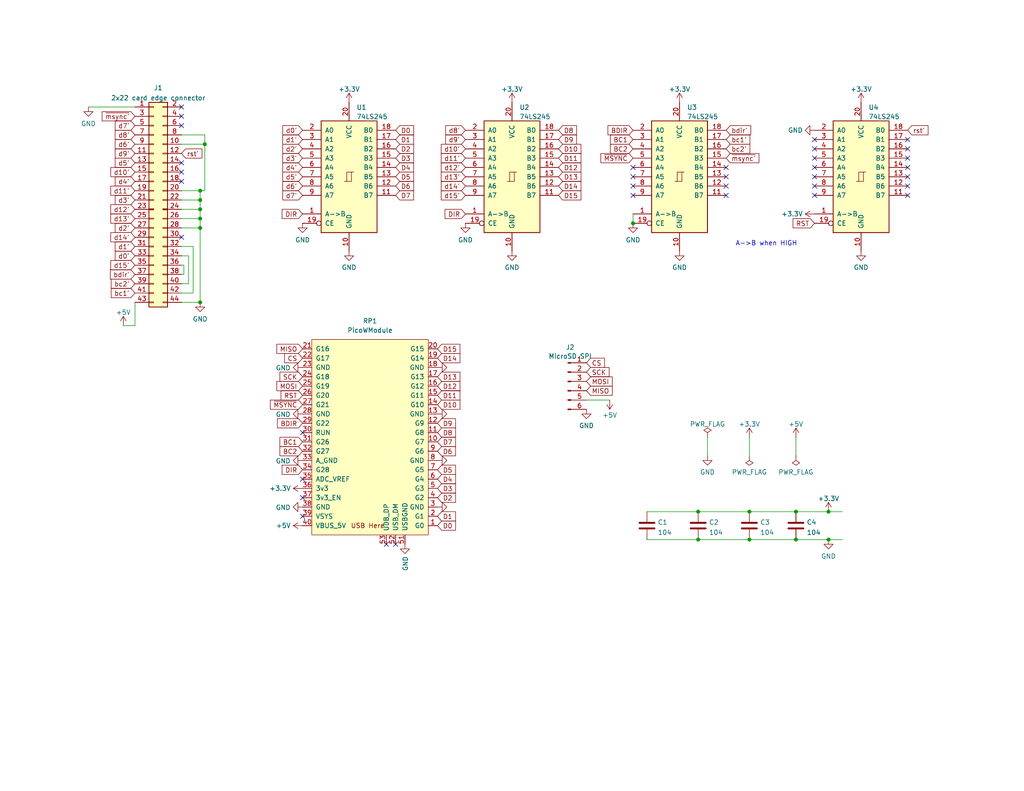
<source format=kicad_sch>
(kicad_sch (version 20230121) (generator eeschema)

  (uuid e63e39d7-6ac0-4ffd-8aa3-1841a4541b55)

  (paper "A")

  (title_block
    (title "RTO-Multicart")
    (date "2023-01-25")
    (rev "1.1a")
    (company "Andrea Ottaviani")
  )

  (lib_symbols
    (symbol "74xx:74LS245" (pin_names (offset 1.016)) (in_bom yes) (on_board yes)
      (property "Reference" "U" (at -7.62 16.51 0)
        (effects (font (size 1.27 1.27)))
      )
      (property "Value" "74LS245" (at -7.62 -16.51 0)
        (effects (font (size 1.27 1.27)))
      )
      (property "Footprint" "" (at 0 0 0)
        (effects (font (size 1.27 1.27)) hide)
      )
      (property "Datasheet" "http://www.ti.com/lit/gpn/sn74LS245" (at 0 0 0)
        (effects (font (size 1.27 1.27)) hide)
      )
      (property "ki_locked" "" (at 0 0 0)
        (effects (font (size 1.27 1.27)))
      )
      (property "ki_keywords" "TTL BUS 3State" (at 0 0 0)
        (effects (font (size 1.27 1.27)) hide)
      )
      (property "ki_description" "Octal BUS Transceivers, 3-State outputs" (at 0 0 0)
        (effects (font (size 1.27 1.27)) hide)
      )
      (property "ki_fp_filters" "DIP?20*" (at 0 0 0)
        (effects (font (size 1.27 1.27)) hide)
      )
      (symbol "74LS245_1_0"
        (polyline
          (pts
            (xy -0.635 -1.27)
            (xy -0.635 1.27)
            (xy 0.635 1.27)
          )
          (stroke (width 0) (type default))
          (fill (type none))
        )
        (polyline
          (pts
            (xy -1.27 -1.27)
            (xy 0.635 -1.27)
            (xy 0.635 1.27)
            (xy 1.27 1.27)
          )
          (stroke (width 0) (type default))
          (fill (type none))
        )
        (pin input line (at -12.7 -10.16 0) (length 5.08)
          (name "A->B" (effects (font (size 1.27 1.27))))
          (number "1" (effects (font (size 1.27 1.27))))
        )
        (pin power_in line (at 0 -20.32 90) (length 5.08)
          (name "GND" (effects (font (size 1.27 1.27))))
          (number "10" (effects (font (size 1.27 1.27))))
        )
        (pin tri_state line (at 12.7 -5.08 180) (length 5.08)
          (name "B7" (effects (font (size 1.27 1.27))))
          (number "11" (effects (font (size 1.27 1.27))))
        )
        (pin tri_state line (at 12.7 -2.54 180) (length 5.08)
          (name "B6" (effects (font (size 1.27 1.27))))
          (number "12" (effects (font (size 1.27 1.27))))
        )
        (pin tri_state line (at 12.7 0 180) (length 5.08)
          (name "B5" (effects (font (size 1.27 1.27))))
          (number "13" (effects (font (size 1.27 1.27))))
        )
        (pin tri_state line (at 12.7 2.54 180) (length 5.08)
          (name "B4" (effects (font (size 1.27 1.27))))
          (number "14" (effects (font (size 1.27 1.27))))
        )
        (pin tri_state line (at 12.7 5.08 180) (length 5.08)
          (name "B3" (effects (font (size 1.27 1.27))))
          (number "15" (effects (font (size 1.27 1.27))))
        )
        (pin tri_state line (at 12.7 7.62 180) (length 5.08)
          (name "B2" (effects (font (size 1.27 1.27))))
          (number "16" (effects (font (size 1.27 1.27))))
        )
        (pin tri_state line (at 12.7 10.16 180) (length 5.08)
          (name "B1" (effects (font (size 1.27 1.27))))
          (number "17" (effects (font (size 1.27 1.27))))
        )
        (pin tri_state line (at 12.7 12.7 180) (length 5.08)
          (name "B0" (effects (font (size 1.27 1.27))))
          (number "18" (effects (font (size 1.27 1.27))))
        )
        (pin input inverted (at -12.7 -12.7 0) (length 5.08)
          (name "CE" (effects (font (size 1.27 1.27))))
          (number "19" (effects (font (size 1.27 1.27))))
        )
        (pin tri_state line (at -12.7 12.7 0) (length 5.08)
          (name "A0" (effects (font (size 1.27 1.27))))
          (number "2" (effects (font (size 1.27 1.27))))
        )
        (pin power_in line (at 0 20.32 270) (length 5.08)
          (name "VCC" (effects (font (size 1.27 1.27))))
          (number "20" (effects (font (size 1.27 1.27))))
        )
        (pin tri_state line (at -12.7 10.16 0) (length 5.08)
          (name "A1" (effects (font (size 1.27 1.27))))
          (number "3" (effects (font (size 1.27 1.27))))
        )
        (pin tri_state line (at -12.7 7.62 0) (length 5.08)
          (name "A2" (effects (font (size 1.27 1.27))))
          (number "4" (effects (font (size 1.27 1.27))))
        )
        (pin tri_state line (at -12.7 5.08 0) (length 5.08)
          (name "A3" (effects (font (size 1.27 1.27))))
          (number "5" (effects (font (size 1.27 1.27))))
        )
        (pin tri_state line (at -12.7 2.54 0) (length 5.08)
          (name "A4" (effects (font (size 1.27 1.27))))
          (number "6" (effects (font (size 1.27 1.27))))
        )
        (pin tri_state line (at -12.7 0 0) (length 5.08)
          (name "A5" (effects (font (size 1.27 1.27))))
          (number "7" (effects (font (size 1.27 1.27))))
        )
        (pin tri_state line (at -12.7 -2.54 0) (length 5.08)
          (name "A6" (effects (font (size 1.27 1.27))))
          (number "8" (effects (font (size 1.27 1.27))))
        )
        (pin tri_state line (at -12.7 -5.08 0) (length 5.08)
          (name "A7" (effects (font (size 1.27 1.27))))
          (number "9" (effects (font (size 1.27 1.27))))
        )
      )
      (symbol "74LS245_1_1"
        (rectangle (start -7.62 15.24) (end 7.62 -15.24)
          (stroke (width 0.254) (type default))
          (fill (type background))
        )
      )
    )
    (symbol "Connector:Conn_01x06_Pin" (pin_names (offset 1.016) hide) (in_bom yes) (on_board yes)
      (property "Reference" "J" (at 0 7.62 0)
        (effects (font (size 1.27 1.27)))
      )
      (property "Value" "Conn_01x06_Pin" (at 0 -10.16 0)
        (effects (font (size 1.27 1.27)))
      )
      (property "Footprint" "" (at 0 0 0)
        (effects (font (size 1.27 1.27)) hide)
      )
      (property "Datasheet" "~" (at 0 0 0)
        (effects (font (size 1.27 1.27)) hide)
      )
      (property "ki_locked" "" (at 0 0 0)
        (effects (font (size 1.27 1.27)))
      )
      (property "ki_keywords" "connector" (at 0 0 0)
        (effects (font (size 1.27 1.27)) hide)
      )
      (property "ki_description" "Generic connector, single row, 01x06, script generated" (at 0 0 0)
        (effects (font (size 1.27 1.27)) hide)
      )
      (property "ki_fp_filters" "Connector*:*_1x??_*" (at 0 0 0)
        (effects (font (size 1.27 1.27)) hide)
      )
      (symbol "Conn_01x06_Pin_1_1"
        (polyline
          (pts
            (xy 1.27 -7.62)
            (xy 0.8636 -7.62)
          )
          (stroke (width 0.1524) (type default))
          (fill (type none))
        )
        (polyline
          (pts
            (xy 1.27 -5.08)
            (xy 0.8636 -5.08)
          )
          (stroke (width 0.1524) (type default))
          (fill (type none))
        )
        (polyline
          (pts
            (xy 1.27 -2.54)
            (xy 0.8636 -2.54)
          )
          (stroke (width 0.1524) (type default))
          (fill (type none))
        )
        (polyline
          (pts
            (xy 1.27 0)
            (xy 0.8636 0)
          )
          (stroke (width 0.1524) (type default))
          (fill (type none))
        )
        (polyline
          (pts
            (xy 1.27 2.54)
            (xy 0.8636 2.54)
          )
          (stroke (width 0.1524) (type default))
          (fill (type none))
        )
        (polyline
          (pts
            (xy 1.27 5.08)
            (xy 0.8636 5.08)
          )
          (stroke (width 0.1524) (type default))
          (fill (type none))
        )
        (rectangle (start 0.8636 -7.493) (end 0 -7.747)
          (stroke (width 0.1524) (type default))
          (fill (type outline))
        )
        (rectangle (start 0.8636 -4.953) (end 0 -5.207)
          (stroke (width 0.1524) (type default))
          (fill (type outline))
        )
        (rectangle (start 0.8636 -2.413) (end 0 -2.667)
          (stroke (width 0.1524) (type default))
          (fill (type outline))
        )
        (rectangle (start 0.8636 0.127) (end 0 -0.127)
          (stroke (width 0.1524) (type default))
          (fill (type outline))
        )
        (rectangle (start 0.8636 2.667) (end 0 2.413)
          (stroke (width 0.1524) (type default))
          (fill (type outline))
        )
        (rectangle (start 0.8636 5.207) (end 0 4.953)
          (stroke (width 0.1524) (type default))
          (fill (type outline))
        )
        (pin passive line (at 5.08 5.08 180) (length 3.81)
          (name "Pin_1" (effects (font (size 1.27 1.27))))
          (number "1" (effects (font (size 1.27 1.27))))
        )
        (pin passive line (at 5.08 2.54 180) (length 3.81)
          (name "Pin_2" (effects (font (size 1.27 1.27))))
          (number "2" (effects (font (size 1.27 1.27))))
        )
        (pin passive line (at 5.08 0 180) (length 3.81)
          (name "Pin_3" (effects (font (size 1.27 1.27))))
          (number "3" (effects (font (size 1.27 1.27))))
        )
        (pin passive line (at 5.08 -2.54 180) (length 3.81)
          (name "Pin_4" (effects (font (size 1.27 1.27))))
          (number "4" (effects (font (size 1.27 1.27))))
        )
        (pin passive line (at 5.08 -5.08 180) (length 3.81)
          (name "Pin_5" (effects (font (size 1.27 1.27))))
          (number "5" (effects (font (size 1.27 1.27))))
        )
        (pin passive line (at 5.08 -7.62 180) (length 3.81)
          (name "Pin_6" (effects (font (size 1.27 1.27))))
          (number "6" (effects (font (size 1.27 1.27))))
        )
      )
    )
    (symbol "Device:C" (pin_numbers hide) (pin_names (offset 0.254)) (in_bom yes) (on_board yes)
      (property "Reference" "C" (at 0.635 2.54 0)
        (effects (font (size 1.27 1.27)) (justify left))
      )
      (property "Value" "C" (at 0.635 -2.54 0)
        (effects (font (size 1.27 1.27)) (justify left))
      )
      (property "Footprint" "" (at 0.9652 -3.81 0)
        (effects (font (size 1.27 1.27)) hide)
      )
      (property "Datasheet" "~" (at 0 0 0)
        (effects (font (size 1.27 1.27)) hide)
      )
      (property "ki_keywords" "cap capacitor" (at 0 0 0)
        (effects (font (size 1.27 1.27)) hide)
      )
      (property "ki_description" "Unpolarized capacitor" (at 0 0 0)
        (effects (font (size 1.27 1.27)) hide)
      )
      (property "ki_fp_filters" "C_*" (at 0 0 0)
        (effects (font (size 1.27 1.27)) hide)
      )
      (symbol "C_0_1"
        (polyline
          (pts
            (xy -2.032 -0.762)
            (xy 2.032 -0.762)
          )
          (stroke (width 0.508) (type default))
          (fill (type none))
        )
        (polyline
          (pts
            (xy -2.032 0.762)
            (xy 2.032 0.762)
          )
          (stroke (width 0.508) (type default))
          (fill (type none))
        )
      )
      (symbol "C_1_1"
        (pin passive line (at 0 3.81 270) (length 2.794)
          (name "~" (effects (font (size 1.27 1.27))))
          (number "1" (effects (font (size 1.27 1.27))))
        )
        (pin passive line (at 0 -3.81 90) (length 2.794)
          (name "~" (effects (font (size 1.27 1.27))))
          (number "2" (effects (font (size 1.27 1.27))))
        )
      )
    )
    (symbol "Evan's misc parts:2x22 card edge connector" (pin_names (offset 1.016) hide) (in_bom yes) (on_board yes)
      (property "Reference" "J" (at 1.27 15.24 0)
        (effects (font (size 1.27 1.27)))
      )
      (property "Value" "2x22 card edge connector" (at 1.27 -43.18 0)
        (effects (font (size 1.27 1.27)))
      )
      (property "Footprint" "" (at 0 0 0)
        (effects (font (size 1.27 1.27)) hide)
      )
      (property "Datasheet" "~" (at 0 0 0)
        (effects (font (size 1.27 1.27)) hide)
      )
      (property "ki_keywords" "connector" (at 0 0 0)
        (effects (font (size 1.27 1.27)) hide)
      )
      (property "ki_description" "Generic connector, double row, 02x22, Even odd pin numbering" (at 0 0 0)
        (effects (font (size 1.27 1.27)) hide)
      )
      (property "ki_fp_filters" "Connector*:*_2x??_*" (at 0 0 0)
        (effects (font (size 1.27 1.27)) hide)
      )
      (symbol "2x22 card edge connector_1_1"
        (rectangle (start -1.27 -40.513) (end 0 -40.767)
          (stroke (width 0.1524) (type default))
          (fill (type none))
        )
        (rectangle (start -1.27 -37.973) (end 0 -38.227)
          (stroke (width 0.1524) (type default))
          (fill (type none))
        )
        (rectangle (start -1.27 -35.433) (end 0 -35.687)
          (stroke (width 0.1524) (type default))
          (fill (type none))
        )
        (rectangle (start -1.27 -32.893) (end 0 -33.147)
          (stroke (width 0.1524) (type default))
          (fill (type none))
        )
        (rectangle (start -1.27 -30.353) (end 0 -30.607)
          (stroke (width 0.1524) (type default))
          (fill (type none))
        )
        (rectangle (start -1.27 -27.813) (end 0 -28.067)
          (stroke (width 0.1524) (type default))
          (fill (type none))
        )
        (rectangle (start -1.27 -25.273) (end 0 -25.527)
          (stroke (width 0.1524) (type default))
          (fill (type none))
        )
        (rectangle (start -1.27 -22.733) (end 0 -22.987)
          (stroke (width 0.1524) (type default))
          (fill (type none))
        )
        (rectangle (start -1.27 -20.193) (end 0 -20.447)
          (stroke (width 0.1524) (type default))
          (fill (type none))
        )
        (rectangle (start -1.27 -17.653) (end 0 -17.907)
          (stroke (width 0.1524) (type default))
          (fill (type none))
        )
        (rectangle (start -1.27 -15.113) (end 0 -15.367)
          (stroke (width 0.1524) (type default))
          (fill (type none))
        )
        (rectangle (start -1.27 -15.113) (end 0 -15.367)
          (stroke (width 0.1524) (type default))
          (fill (type none))
        )
        (rectangle (start -1.27 -12.573) (end 0 -12.827)
          (stroke (width 0.1524) (type default))
          (fill (type none))
        )
        (rectangle (start -1.27 -10.033) (end 0 -10.287)
          (stroke (width 0.1524) (type default))
          (fill (type none))
        )
        (rectangle (start -1.27 -7.493) (end 0 -7.747)
          (stroke (width 0.1524) (type default))
          (fill (type none))
        )
        (rectangle (start -1.27 -4.953) (end 0 -5.207)
          (stroke (width 0.1524) (type default))
          (fill (type none))
        )
        (rectangle (start -1.27 -2.413) (end 0 -2.667)
          (stroke (width 0.1524) (type default))
          (fill (type none))
        )
        (rectangle (start -1.27 0.127) (end 0 -0.127)
          (stroke (width 0.1524) (type default))
          (fill (type none))
        )
        (rectangle (start -1.27 2.667) (end 0 2.413)
          (stroke (width 0.1524) (type default))
          (fill (type none))
        )
        (rectangle (start -1.27 5.207) (end 0 4.953)
          (stroke (width 0.1524) (type default))
          (fill (type none))
        )
        (rectangle (start -1.27 7.747) (end 0 7.493)
          (stroke (width 0.1524) (type default))
          (fill (type none))
        )
        (rectangle (start -1.27 10.287) (end 0 10.033)
          (stroke (width 0.1524) (type default))
          (fill (type none))
        )
        (rectangle (start -1.27 12.827) (end 0 12.573)
          (stroke (width 0.1524) (type default))
          (fill (type none))
        )
        (rectangle (start -1.27 13.97) (end 3.81 -41.91)
          (stroke (width 0.254) (type default))
          (fill (type background))
        )
        (rectangle (start 3.81 -40.513) (end 2.54 -40.767)
          (stroke (width 0.1524) (type default))
          (fill (type none))
        )
        (rectangle (start 3.81 -37.973) (end 2.54 -38.227)
          (stroke (width 0.1524) (type default))
          (fill (type none))
        )
        (rectangle (start 3.81 -35.433) (end 2.54 -35.687)
          (stroke (width 0.1524) (type default))
          (fill (type none))
        )
        (rectangle (start 3.81 -32.893) (end 2.54 -33.147)
          (stroke (width 0.1524) (type default))
          (fill (type none))
        )
        (rectangle (start 3.81 -30.353) (end 2.54 -30.607)
          (stroke (width 0.1524) (type default))
          (fill (type none))
        )
        (rectangle (start 3.81 -27.813) (end 2.54 -28.067)
          (stroke (width 0.1524) (type default))
          (fill (type none))
        )
        (rectangle (start 3.81 -25.273) (end 2.54 -25.527)
          (stroke (width 0.1524) (type default))
          (fill (type none))
        )
        (rectangle (start 3.81 -22.733) (end 2.54 -22.987)
          (stroke (width 0.1524) (type default))
          (fill (type none))
        )
        (rectangle (start 3.81 -20.193) (end 2.54 -20.447)
          (stroke (width 0.1524) (type default))
          (fill (type none))
        )
        (rectangle (start 3.81 -17.653) (end 2.54 -17.907)
          (stroke (width 0.1524) (type default))
          (fill (type none))
        )
        (rectangle (start 3.81 -15.113) (end 2.54 -15.367)
          (stroke (width 0.1524) (type default))
          (fill (type none))
        )
        (rectangle (start 3.81 -15.113) (end 2.54 -15.367)
          (stroke (width 0.1524) (type default))
          (fill (type none))
        )
        (rectangle (start 3.81 -12.573) (end 2.54 -12.827)
          (stroke (width 0.1524) (type default))
          (fill (type none))
        )
        (rectangle (start 3.81 -10.033) (end 2.54 -10.287)
          (stroke (width 0.1524) (type default))
          (fill (type none))
        )
        (rectangle (start 3.81 -7.493) (end 2.54 -7.747)
          (stroke (width 0.1524) (type default))
          (fill (type none))
        )
        (rectangle (start 3.81 -4.953) (end 2.54 -5.207)
          (stroke (width 0.1524) (type default))
          (fill (type none))
        )
        (rectangle (start 3.81 -2.413) (end 2.54 -2.667)
          (stroke (width 0.1524) (type default))
          (fill (type none))
        )
        (rectangle (start 3.81 0.127) (end 2.54 -0.127)
          (stroke (width 0.1524) (type default))
          (fill (type none))
        )
        (rectangle (start 3.81 2.667) (end 2.54 2.413)
          (stroke (width 0.1524) (type default))
          (fill (type none))
        )
        (rectangle (start 3.81 5.207) (end 2.54 4.953)
          (stroke (width 0.1524) (type default))
          (fill (type none))
        )
        (rectangle (start 3.81 7.747) (end 2.54 7.493)
          (stroke (width 0.1524) (type default))
          (fill (type none))
        )
        (rectangle (start 3.81 10.287) (end 2.54 10.033)
          (stroke (width 0.1524) (type default))
          (fill (type none))
        )
        (rectangle (start 3.81 12.827) (end 2.54 12.573)
          (stroke (width 0.1524) (type default))
          (fill (type none))
        )
        (pin passive line (at -5.08 12.7 0) (length 3.81)
          (name "Pin_1" (effects (font (size 1.27 1.27))))
          (number "1" (effects (font (size 1.27 1.27))))
        )
        (pin passive line (at 7.62 2.54 180) (length 3.81)
          (name "Pin_10" (effects (font (size 1.27 1.27))))
          (number "10" (effects (font (size 1.27 1.27))))
        )
        (pin passive line (at -5.08 0 0) (length 3.81)
          (name "Pin_11" (effects (font (size 1.27 1.27))))
          (number "11" (effects (font (size 1.27 1.27))))
        )
        (pin passive line (at 7.62 0 180) (length 3.81)
          (name "Pin_12" (effects (font (size 1.27 1.27))))
          (number "12" (effects (font (size 1.27 1.27))))
        )
        (pin passive line (at -5.08 -2.54 0) (length 3.81)
          (name "Pin_13" (effects (font (size 1.27 1.27))))
          (number "13" (effects (font (size 1.27 1.27))))
        )
        (pin passive line (at 7.62 -2.54 180) (length 3.81)
          (name "Pin_14" (effects (font (size 1.27 1.27))))
          (number "14" (effects (font (size 1.27 1.27))))
        )
        (pin passive line (at -5.08 -5.08 0) (length 3.81)
          (name "Pin_15" (effects (font (size 1.27 1.27))))
          (number "15" (effects (font (size 1.27 1.27))))
        )
        (pin passive line (at 7.62 -5.08 180) (length 3.81)
          (name "Pin_16" (effects (font (size 1.27 1.27))))
          (number "16" (effects (font (size 1.27 1.27))))
        )
        (pin passive line (at -5.08 -7.62 0) (length 3.81)
          (name "Pin_17" (effects (font (size 1.27 1.27))))
          (number "17" (effects (font (size 1.27 1.27))))
        )
        (pin passive line (at 7.62 -7.62 180) (length 3.81)
          (name "Pin_18" (effects (font (size 1.27 1.27))))
          (number "18" (effects (font (size 1.27 1.27))))
        )
        (pin passive line (at -5.08 -10.16 0) (length 3.81)
          (name "Pin_19" (effects (font (size 1.27 1.27))))
          (number "19" (effects (font (size 1.27 1.27))))
        )
        (pin passive line (at 7.62 12.7 180) (length 3.81)
          (name "Pin_2" (effects (font (size 1.27 1.27))))
          (number "2" (effects (font (size 1.27 1.27))))
        )
        (pin passive line (at 7.62 -10.16 180) (length 3.81)
          (name "Pin_20" (effects (font (size 1.27 1.27))))
          (number "20" (effects (font (size 1.27 1.27))))
        )
        (pin passive line (at -5.08 -12.7 0) (length 3.81)
          (name "Pin_21" (effects (font (size 1.27 1.27))))
          (number "21" (effects (font (size 1.27 1.27))))
        )
        (pin passive line (at 7.62 -12.7 180) (length 3.81)
          (name "Pin_22" (effects (font (size 1.27 1.27))))
          (number "22" (effects (font (size 1.27 1.27))))
        )
        (pin passive line (at -5.08 -15.24 0) (length 3.81)
          (name "Pin_23" (effects (font (size 1.27 1.27))))
          (number "23" (effects (font (size 1.27 1.27))))
        )
        (pin passive line (at 7.62 -15.24 180) (length 3.81)
          (name "Pin_24" (effects (font (size 1.27 1.27))))
          (number "24" (effects (font (size 1.27 1.27))))
        )
        (pin passive line (at -5.08 -17.78 0) (length 3.81)
          (name "Pin_25" (effects (font (size 1.27 1.27))))
          (number "25" (effects (font (size 1.27 1.27))))
        )
        (pin passive line (at 7.62 -17.78 180) (length 3.81)
          (name "Pin_26" (effects (font (size 1.27 1.27))))
          (number "26" (effects (font (size 1.27 1.27))))
        )
        (pin passive line (at -5.08 -20.32 0) (length 3.81)
          (name "Pin_27" (effects (font (size 1.27 1.27))))
          (number "27" (effects (font (size 1.27 1.27))))
        )
        (pin passive line (at 7.62 -20.32 180) (length 3.81)
          (name "Pin_28" (effects (font (size 1.27 1.27))))
          (number "28" (effects (font (size 1.27 1.27))))
        )
        (pin passive line (at -5.08 -22.86 0) (length 3.81)
          (name "Pin_29" (effects (font (size 1.27 1.27))))
          (number "29" (effects (font (size 1.27 1.27))))
        )
        (pin passive line (at -5.08 10.16 0) (length 3.81)
          (name "Pin_3" (effects (font (size 1.27 1.27))))
          (number "3" (effects (font (size 1.27 1.27))))
        )
        (pin passive line (at 7.62 -22.86 180) (length 3.81)
          (name "Pin_30" (effects (font (size 1.27 1.27))))
          (number "30" (effects (font (size 1.27 1.27))))
        )
        (pin passive line (at -5.08 -25.4 0) (length 3.81)
          (name "Pin_31" (effects (font (size 1.27 1.27))))
          (number "31" (effects (font (size 1.27 1.27))))
        )
        (pin passive line (at 7.62 -25.4 180) (length 3.81)
          (name "Pin_32" (effects (font (size 1.27 1.27))))
          (number "32" (effects (font (size 1.27 1.27))))
        )
        (pin passive line (at -5.08 -27.94 0) (length 3.81)
          (name "Pin_33" (effects (font (size 1.27 1.27))))
          (number "33" (effects (font (size 1.27 1.27))))
        )
        (pin passive line (at 7.62 -27.94 180) (length 3.81)
          (name "Pin_34" (effects (font (size 1.27 1.27))))
          (number "34" (effects (font (size 1.27 1.27))))
        )
        (pin passive line (at -5.08 -30.48 0) (length 3.81)
          (name "Pin_35" (effects (font (size 1.27 1.27))))
          (number "35" (effects (font (size 1.27 1.27))))
        )
        (pin passive line (at 7.62 -30.48 180) (length 3.81)
          (name "Pin_36" (effects (font (size 1.27 1.27))))
          (number "36" (effects (font (size 1.27 1.27))))
        )
        (pin passive line (at -5.08 -33.02 0) (length 3.81)
          (name "Pin_37" (effects (font (size 1.27 1.27))))
          (number "37" (effects (font (size 1.27 1.27))))
        )
        (pin passive line (at 7.62 -33.02 180) (length 3.81)
          (name "Pin_38" (effects (font (size 1.27 1.27))))
          (number "38" (effects (font (size 1.27 1.27))))
        )
        (pin passive line (at -5.08 -35.56 0) (length 3.81)
          (name "Pin_39" (effects (font (size 1.27 1.27))))
          (number "39" (effects (font (size 1.27 1.27))))
        )
        (pin passive line (at 7.62 10.16 180) (length 3.81)
          (name "Pin_4" (effects (font (size 1.27 1.27))))
          (number "4" (effects (font (size 1.27 1.27))))
        )
        (pin passive line (at 7.62 -35.56 180) (length 3.81)
          (name "Pin_40" (effects (font (size 1.27 1.27))))
          (number "40" (effects (font (size 1.27 1.27))))
        )
        (pin passive line (at -5.08 -38.1 0) (length 3.81)
          (name "Pin_41" (effects (font (size 1.27 1.27))))
          (number "41" (effects (font (size 1.27 1.27))))
        )
        (pin passive line (at 7.62 -38.1 180) (length 3.81)
          (name "Pin_42" (effects (font (size 1.27 1.27))))
          (number "42" (effects (font (size 1.27 1.27))))
        )
        (pin passive line (at -5.08 -40.64 0) (length 3.81)
          (name "Pin_43" (effects (font (size 1.27 1.27))))
          (number "43" (effects (font (size 1.27 1.27))))
        )
        (pin passive line (at 7.62 -40.64 180) (length 3.81)
          (name "Pin_44" (effects (font (size 1.27 1.27))))
          (number "44" (effects (font (size 1.27 1.27))))
        )
        (pin passive line (at -5.08 7.62 0) (length 3.81)
          (name "Pin_5" (effects (font (size 1.27 1.27))))
          (number "5" (effects (font (size 1.27 1.27))))
        )
        (pin passive line (at 7.62 7.62 180) (length 3.81)
          (name "Pin_6" (effects (font (size 1.27 1.27))))
          (number "6" (effects (font (size 1.27 1.27))))
        )
        (pin passive line (at -5.08 5.08 0) (length 3.81)
          (name "Pin_7" (effects (font (size 1.27 1.27))))
          (number "7" (effects (font (size 1.27 1.27))))
        )
        (pin passive line (at 7.62 5.08 180) (length 3.81)
          (name "Pin_8" (effects (font (size 1.27 1.27))))
          (number "8" (effects (font (size 1.27 1.27))))
        )
        (pin passive line (at -5.08 2.54 0) (length 3.81)
          (name "Pin_9" (effects (font (size 1.27 1.27))))
          (number "9" (effects (font (size 1.27 1.27))))
        )
      )
    )
    (symbol "New_Library:PicoWModule" (pin_names (offset 1.016)) (in_bom yes) (on_board yes)
      (property "Reference" "RP1" (at 0 -10.16 0)
        (effects (font (size 1.27 1.27)))
      )
      (property "Value" "PicoWModule" (at 0 -12.7 0)
        (effects (font (size 1.27 1.27)))
      )
      (property "Footprint" "Library:Raspberry_Pi_PicoW_SMT_THT" (at 0 -57.15 0)
        (effects (font (size 1.27 1.27)) hide)
      )
      (property "Datasheet" "" (at -2.54 3.81 0)
        (effects (font (size 1.27 1.27)) hide)
      )
      (symbol "PicoWModule_0_0"
        (text "USB Here" (at 1.27 -3.81 0)
          (effects (font (size 1.27 1.27)))
        )
      )
      (symbol "PicoWModule_0_1"
        (rectangle (start 16.51 -1.27) (end -15.24 -54.61)
          (stroke (width 0) (type default))
          (fill (type background))
        )
      )
      (symbol "PicoWModule_1_1"
        (pin bidirectional line (at -17.78 -3.81 0) (length 2.54)
          (name "G0" (effects (font (size 1.27 1.27))))
          (number "1" (effects (font (size 1.27 1.27))))
        )
        (pin bidirectional line (at -17.78 -26.67 0) (length 2.54)
          (name "G7" (effects (font (size 1.27 1.27))))
          (number "10" (effects (font (size 1.27 1.27))))
        )
        (pin bidirectional line (at -17.78 -29.21 0) (length 2.54)
          (name "G8" (effects (font (size 1.27 1.27))))
          (number "11" (effects (font (size 1.27 1.27))))
        )
        (pin bidirectional line (at -17.78 -31.75 0) (length 2.54)
          (name "G9" (effects (font (size 1.27 1.27))))
          (number "12" (effects (font (size 1.27 1.27))))
        )
        (pin bidirectional line (at -17.78 -34.29 0) (length 2.54)
          (name "GND" (effects (font (size 1.27 1.27))))
          (number "13" (effects (font (size 1.27 1.27))))
        )
        (pin bidirectional line (at -17.78 -36.83 0) (length 2.54)
          (name "G10" (effects (font (size 1.27 1.27))))
          (number "14" (effects (font (size 1.27 1.27))))
        )
        (pin bidirectional line (at -17.78 -39.37 0) (length 2.54)
          (name "G11" (effects (font (size 1.27 1.27))))
          (number "15" (effects (font (size 1.27 1.27))))
        )
        (pin bidirectional line (at -17.78 -41.91 0) (length 2.54)
          (name "G12" (effects (font (size 1.27 1.27))))
          (number "16" (effects (font (size 1.27 1.27))))
        )
        (pin bidirectional line (at -17.78 -44.45 0) (length 2.54)
          (name "G13" (effects (font (size 1.27 1.27))))
          (number "17" (effects (font (size 1.27 1.27))))
        )
        (pin power_in line (at -17.78 -46.99 0) (length 2.54)
          (name "GND" (effects (font (size 1.27 1.27))))
          (number "18" (effects (font (size 1.27 1.27))))
        )
        (pin power_in line (at -17.78 -49.53 0) (length 2.54)
          (name "G14" (effects (font (size 1.27 1.27))))
          (number "19" (effects (font (size 1.27 1.27))))
        )
        (pin bidirectional line (at -17.78 -6.35 0) (length 2.54)
          (name "G1" (effects (font (size 1.27 1.27))))
          (number "2" (effects (font (size 1.27 1.27))))
        )
        (pin power_in line (at -17.78 -52.07 0) (length 2.54)
          (name "G15" (effects (font (size 1.27 1.27))))
          (number "20" (effects (font (size 1.27 1.27))))
        )
        (pin power_in line (at 19.05 -52.07 180) (length 2.54)
          (name "G16" (effects (font (size 1.27 1.27))))
          (number "21" (effects (font (size 1.27 1.27))))
        )
        (pin bidirectional line (at 19.05 -49.53 180) (length 2.54)
          (name "G17" (effects (font (size 1.27 1.27))))
          (number "22" (effects (font (size 1.27 1.27))))
        )
        (pin bidirectional line (at 19.05 -46.99 180) (length 2.54)
          (name "GND" (effects (font (size 1.27 1.27))))
          (number "23" (effects (font (size 1.27 1.27))))
        )
        (pin bidirectional line (at 19.05 -44.45 180) (length 2.54)
          (name "G18" (effects (font (size 1.27 1.27))))
          (number "24" (effects (font (size 1.27 1.27))))
        )
        (pin input line (at 19.05 -41.91 180) (length 2.54)
          (name "G19" (effects (font (size 1.27 1.27))))
          (number "25" (effects (font (size 1.27 1.27))))
        )
        (pin bidirectional line (at 19.05 -39.37 180) (length 2.54)
          (name "G20" (effects (font (size 1.27 1.27))))
          (number "26" (effects (font (size 1.27 1.27))))
        )
        (pin bidirectional line (at 19.05 -36.83 180) (length 2.54)
          (name "G21" (effects (font (size 1.27 1.27))))
          (number "27" (effects (font (size 1.27 1.27))))
        )
        (pin bidirectional line (at 19.05 -34.29 180) (length 2.54)
          (name "GND" (effects (font (size 1.27 1.27))))
          (number "28" (effects (font (size 1.27 1.27))))
        )
        (pin bidirectional line (at 19.05 -31.75 180) (length 2.54)
          (name "G22" (effects (font (size 1.27 1.27))))
          (number "29" (effects (font (size 1.27 1.27))))
        )
        (pin bidirectional line (at -17.78 -8.89 0) (length 2.54)
          (name "GND" (effects (font (size 1.27 1.27))))
          (number "3" (effects (font (size 1.27 1.27))))
        )
        (pin bidirectional line (at 19.05 -29.21 180) (length 2.54)
          (name "RUN" (effects (font (size 1.27 1.27))))
          (number "30" (effects (font (size 1.27 1.27))))
        )
        (pin bidirectional line (at 19.05 -26.67 180) (length 2.54)
          (name "G26" (effects (font (size 1.27 1.27))))
          (number "31" (effects (font (size 1.27 1.27))))
        )
        (pin bidirectional line (at 19.05 -24.13 180) (length 2.54)
          (name "G27" (effects (font (size 1.27 1.27))))
          (number "32" (effects (font (size 1.27 1.27))))
        )
        (pin bidirectional line (at 19.05 -21.59 180) (length 2.54)
          (name "A_GND" (effects (font (size 1.27 1.27))))
          (number "33" (effects (font (size 1.27 1.27))))
        )
        (pin bidirectional line (at 19.05 -19.05 180) (length 2.54)
          (name "G28" (effects (font (size 1.27 1.27))))
          (number "34" (effects (font (size 1.27 1.27))))
        )
        (pin bidirectional line (at 19.05 -16.51 180) (length 2.54)
          (name "ADC_VREF" (effects (font (size 1.27 1.27))))
          (number "35" (effects (font (size 1.27 1.27))))
        )
        (pin bidirectional line (at 19.05 -13.97 180) (length 2.54)
          (name "3v3" (effects (font (size 1.27 1.27))))
          (number "36" (effects (font (size 1.27 1.27))))
        )
        (pin bidirectional line (at 19.05 -11.43 180) (length 2.54)
          (name "3v3_EN" (effects (font (size 1.27 1.27))))
          (number "37" (effects (font (size 1.27 1.27))))
        )
        (pin power_in line (at 19.05 -8.89 180) (length 2.54)
          (name "GND" (effects (font (size 1.27 1.27))))
          (number "38" (effects (font (size 1.27 1.27))))
        )
        (pin power_in line (at 19.05 -6.35 180) (length 2.54)
          (name "VSYS" (effects (font (size 1.27 1.27))))
          (number "39" (effects (font (size 1.27 1.27))))
        )
        (pin bidirectional line (at -17.78 -11.43 0) (length 2.54)
          (name "G2" (effects (font (size 1.27 1.27))))
          (number "4" (effects (font (size 1.27 1.27))))
        )
        (pin power_in line (at 19.05 -3.81 180) (length 2.54)
          (name "VBUS_5V" (effects (font (size 1.27 1.27))))
          (number "40" (effects (font (size 1.27 1.27))))
        )
        (pin bidirectional line (at -17.78 -13.97 0) (length 2.54)
          (name "G3" (effects (font (size 1.27 1.27))))
          (number "5" (effects (font (size 1.27 1.27))))
        )
        (pin input line (at -8.89 1.27 270) (length 2.54)
          (name "USBGND" (effects (font (size 1.27 1.27))))
          (number "51" (effects (font (size 1.27 1.27))))
        )
        (pin input line (at -6.35 1.27 270) (length 2.54)
          (name "USB_DM" (effects (font (size 1.27 1.27))))
          (number "52" (effects (font (size 1.27 1.27))))
        )
        (pin input line (at -3.81 1.27 270) (length 2.54)
          (name "UDB_DP" (effects (font (size 1.27 1.27))))
          (number "53" (effects (font (size 1.27 1.27))))
        )
        (pin bidirectional line (at -17.78 -16.51 0) (length 2.54)
          (name "G4" (effects (font (size 1.27 1.27))))
          (number "6" (effects (font (size 1.27 1.27))))
        )
        (pin bidirectional line (at -17.78 -19.05 0) (length 2.54)
          (name "G5" (effects (font (size 1.27 1.27))))
          (number "7" (effects (font (size 1.27 1.27))))
        )
        (pin bidirectional line (at -17.78 -21.59 0) (length 2.54)
          (name "GND" (effects (font (size 1.27 1.27))))
          (number "8" (effects (font (size 1.27 1.27))))
        )
        (pin bidirectional line (at -17.78 -24.13 0) (length 2.54)
          (name "G6" (effects (font (size 1.27 1.27))))
          (number "9" (effects (font (size 1.27 1.27))))
        )
      )
    )
    (symbol "power:+3.3V" (power) (pin_names (offset 0)) (in_bom yes) (on_board yes)
      (property "Reference" "#PWR" (at 0 -3.81 0)
        (effects (font (size 1.27 1.27)) hide)
      )
      (property "Value" "+3.3V" (at 0 3.556 0)
        (effects (font (size 1.27 1.27)))
      )
      (property "Footprint" "" (at 0 0 0)
        (effects (font (size 1.27 1.27)) hide)
      )
      (property "Datasheet" "" (at 0 0 0)
        (effects (font (size 1.27 1.27)) hide)
      )
      (property "ki_keywords" "global power" (at 0 0 0)
        (effects (font (size 1.27 1.27)) hide)
      )
      (property "ki_description" "Power symbol creates a global label with name \"+3.3V\"" (at 0 0 0)
        (effects (font (size 1.27 1.27)) hide)
      )
      (symbol "+3.3V_0_1"
        (polyline
          (pts
            (xy -0.762 1.27)
            (xy 0 2.54)
          )
          (stroke (width 0) (type default))
          (fill (type none))
        )
        (polyline
          (pts
            (xy 0 0)
            (xy 0 2.54)
          )
          (stroke (width 0) (type default))
          (fill (type none))
        )
        (polyline
          (pts
            (xy 0 2.54)
            (xy 0.762 1.27)
          )
          (stroke (width 0) (type default))
          (fill (type none))
        )
      )
      (symbol "+3.3V_1_1"
        (pin power_in line (at 0 0 90) (length 0) hide
          (name "+3.3V" (effects (font (size 1.27 1.27))))
          (number "1" (effects (font (size 1.27 1.27))))
        )
      )
    )
    (symbol "power:+5V" (power) (pin_names (offset 0)) (in_bom yes) (on_board yes)
      (property "Reference" "#PWR" (at 0 -3.81 0)
        (effects (font (size 1.27 1.27)) hide)
      )
      (property "Value" "+5V" (at 0 3.556 0)
        (effects (font (size 1.27 1.27)))
      )
      (property "Footprint" "" (at 0 0 0)
        (effects (font (size 1.27 1.27)) hide)
      )
      (property "Datasheet" "" (at 0 0 0)
        (effects (font (size 1.27 1.27)) hide)
      )
      (property "ki_keywords" "global power" (at 0 0 0)
        (effects (font (size 1.27 1.27)) hide)
      )
      (property "ki_description" "Power symbol creates a global label with name \"+5V\"" (at 0 0 0)
        (effects (font (size 1.27 1.27)) hide)
      )
      (symbol "+5V_0_1"
        (polyline
          (pts
            (xy -0.762 1.27)
            (xy 0 2.54)
          )
          (stroke (width 0) (type default))
          (fill (type none))
        )
        (polyline
          (pts
            (xy 0 0)
            (xy 0 2.54)
          )
          (stroke (width 0) (type default))
          (fill (type none))
        )
        (polyline
          (pts
            (xy 0 2.54)
            (xy 0.762 1.27)
          )
          (stroke (width 0) (type default))
          (fill (type none))
        )
      )
      (symbol "+5V_1_1"
        (pin power_in line (at 0 0 90) (length 0) hide
          (name "+5V" (effects (font (size 1.27 1.27))))
          (number "1" (effects (font (size 1.27 1.27))))
        )
      )
    )
    (symbol "power:GND" (power) (pin_names (offset 0)) (in_bom yes) (on_board yes)
      (property "Reference" "#PWR" (at 0 -6.35 0)
        (effects (font (size 1.27 1.27)) hide)
      )
      (property "Value" "GND" (at 0 -3.81 0)
        (effects (font (size 1.27 1.27)))
      )
      (property "Footprint" "" (at 0 0 0)
        (effects (font (size 1.27 1.27)) hide)
      )
      (property "Datasheet" "" (at 0 0 0)
        (effects (font (size 1.27 1.27)) hide)
      )
      (property "ki_keywords" "global power" (at 0 0 0)
        (effects (font (size 1.27 1.27)) hide)
      )
      (property "ki_description" "Power symbol creates a global label with name \"GND\" , ground" (at 0 0 0)
        (effects (font (size 1.27 1.27)) hide)
      )
      (symbol "GND_0_1"
        (polyline
          (pts
            (xy 0 0)
            (xy 0 -1.27)
            (xy 1.27 -1.27)
            (xy 0 -2.54)
            (xy -1.27 -1.27)
            (xy 0 -1.27)
          )
          (stroke (width 0) (type default))
          (fill (type none))
        )
      )
      (symbol "GND_1_1"
        (pin power_in line (at 0 0 270) (length 0) hide
          (name "GND" (effects (font (size 1.27 1.27))))
          (number "1" (effects (font (size 1.27 1.27))))
        )
      )
    )
    (symbol "power:PWR_FLAG" (power) (pin_numbers hide) (pin_names (offset 0) hide) (in_bom yes) (on_board yes)
      (property "Reference" "#FLG" (at 0 1.905 0)
        (effects (font (size 1.27 1.27)) hide)
      )
      (property "Value" "PWR_FLAG" (at 0 3.81 0)
        (effects (font (size 1.27 1.27)))
      )
      (property "Footprint" "" (at 0 0 0)
        (effects (font (size 1.27 1.27)) hide)
      )
      (property "Datasheet" "~" (at 0 0 0)
        (effects (font (size 1.27 1.27)) hide)
      )
      (property "ki_keywords" "flag power" (at 0 0 0)
        (effects (font (size 1.27 1.27)) hide)
      )
      (property "ki_description" "Special symbol for telling ERC where power comes from" (at 0 0 0)
        (effects (font (size 1.27 1.27)) hide)
      )
      (symbol "PWR_FLAG_0_0"
        (pin power_out line (at 0 0 90) (length 0)
          (name "pwr" (effects (font (size 1.27 1.27))))
          (number "1" (effects (font (size 1.27 1.27))))
        )
      )
      (symbol "PWR_FLAG_0_1"
        (polyline
          (pts
            (xy 0 0)
            (xy 0 1.27)
            (xy -1.016 1.905)
            (xy 0 2.54)
            (xy 1.016 1.905)
            (xy 0 1.27)
          )
          (stroke (width 0) (type default))
          (fill (type none))
        )
      )
    )
  )

  (junction (at 54.61 62.23) (diameter 0) (color 0 0 0 0)
    (uuid 0c1ea81f-f6c9-429d-864e-1dc5455f4bb4)
  )
  (junction (at 226.06 147.32) (diameter 0) (color 0 0 0 0)
    (uuid 1f0587f3-b3c1-4bf0-bc1e-665e5bf0c5a6)
  )
  (junction (at 190.5 147.32) (diameter 0) (color 0 0 0 0)
    (uuid 2acffaa6-6482-456d-9555-871b5d52f66b)
  )
  (junction (at 226.06 139.7) (diameter 0) (color 0 0 0 0)
    (uuid 38c91281-ecc8-42b4-a52f-01845231db1f)
  )
  (junction (at 54.61 82.55) (diameter 0) (color 0 0 0 0)
    (uuid 6036bd11-33cf-4c14-a557-da368bf48171)
  )
  (junction (at 190.5 139.7) (diameter 0) (color 0 0 0 0)
    (uuid 6c23b822-7aa6-417d-8e54-e30dcc0dc86e)
  )
  (junction (at 55.88 39.37) (diameter 0) (color 0 0 0 0)
    (uuid 8f5e65b8-6f3c-4d17-b618-47253f2806d7)
  )
  (junction (at 54.61 57.15) (diameter 0) (color 0 0 0 0)
    (uuid 95c47922-b1bc-41c6-9cdf-3907069b29da)
  )
  (junction (at 172.72 60.96) (diameter 0) (color 0 0 0 0)
    (uuid 9b2baf66-7fcd-443c-ab32-be625ca132e8)
  )
  (junction (at 217.17 147.32) (diameter 0) (color 0 0 0 0)
    (uuid b1492d86-e7af-4a70-9851-c36f9875646c)
  )
  (junction (at 204.47 139.7) (diameter 0) (color 0 0 0 0)
    (uuid baa0d31e-430b-4838-a795-2162806fa67d)
  )
  (junction (at 204.47 147.32) (diameter 0) (color 0 0 0 0)
    (uuid c68c045c-31f9-424e-8783-408501f2de4f)
  )
  (junction (at 54.61 59.69) (diameter 0) (color 0 0 0 0)
    (uuid c8ba503b-15f0-4bc1-9df3-780531620755)
  )
  (junction (at 54.61 52.07) (diameter 0) (color 0 0 0 0)
    (uuid ea4461d6-0fb2-4155-a617-23c45c17520b)
  )
  (junction (at 54.61 54.61) (diameter 0) (color 0 0 0 0)
    (uuid ea966c4d-bdb6-4cd4-adf3-b1b07a090ef3)
  )
  (junction (at 217.17 139.7) (diameter 0) (color 0 0 0 0)
    (uuid ead1f0b7-de25-4809-8b60-ac8900194248)
  )

  (no_connect (at 105.41 148.59) (uuid 028ce05c-2514-4cc1-be05-0168edd20a76))
  (no_connect (at 49.53 46.99) (uuid 0562866f-504f-486c-bceb-7d627d3a18c6))
  (no_connect (at 49.53 49.53) (uuid 0562866f-504f-486c-bceb-7d627d3a18c7))
  (no_connect (at 49.53 44.45) (uuid 0562866f-504f-486c-bceb-7d627d3a18c8))
  (no_connect (at 49.53 29.21) (uuid 0a4c5b83-a586-4336-887c-929ccebac92f))
  (no_connect (at 49.53 31.75) (uuid 0a4c5b83-a586-4336-887c-929ccebac931))
  (no_connect (at 49.53 34.29) (uuid 0a4c5b83-a586-4336-887c-929ccebac932))
  (no_connect (at 222.25 48.26) (uuid 0f466412-2f23-4acc-bf46-d3b053a38764))
  (no_connect (at 247.65 50.8) (uuid 3d19d943-8a1b-4bd5-bab4-e48d19fcb6ff))
  (no_connect (at 82.55 118.11) (uuid 4aad356b-7563-4640-aa49-4fe4fb6c2f98))
  (no_connect (at 82.55 130.81) (uuid 7740709e-188b-4783-938b-3e328be20578))
  (no_connect (at 82.55 140.97) (uuid 7a4b73da-a361-448d-b8f1-3207cc93c1ca))
  (no_connect (at 49.53 64.77) (uuid 826b47ff-ef88-4ad7-89a5-ac2c56a2a4b9))
  (no_connect (at 247.65 53.34) (uuid 8b25a031-35a5-48b4-88e8-3125ea0fc63a))
  (no_connect (at 222.25 45.72) (uuid 9449c443-e9cd-427b-866b-84b19b4c5740))
  (no_connect (at 247.65 45.72) (uuid 9bc25ead-e87a-42ad-9236-d50bc9c25166))
  (no_connect (at 247.65 48.26) (uuid b4caef73-450a-40d6-90eb-0a1894bec8d0))
  (no_connect (at 247.65 38.1) (uuid befcd51e-23b0-4fa4-87f5-1b1bf6c3fed6))
  (no_connect (at 247.65 40.64) (uuid befcd51e-23b0-4fa4-87f5-1b1bf6c3fed7))
  (no_connect (at 247.65 43.18) (uuid befcd51e-23b0-4fa4-87f5-1b1bf6c3fed8))
  (no_connect (at 222.25 38.1) (uuid befcd51e-23b0-4fa4-87f5-1b1bf6c3fed9))
  (no_connect (at 222.25 40.64) (uuid befcd51e-23b0-4fa4-87f5-1b1bf6c3feda))
  (no_connect (at 222.25 43.18) (uuid befcd51e-23b0-4fa4-87f5-1b1bf6c3fedb))
  (no_connect (at 82.55 135.89) (uuid c2a6e45b-0b6b-41cb-87d1-5c8d8d22f439))
  (no_connect (at 107.95 148.59) (uuid c563201c-acbb-4032-9adb-470ec04a60a2))
  (no_connect (at 172.72 50.8) (uuid cce50254-1e5f-413f-962e-62ec2b7083f6))
  (no_connect (at 172.72 53.34) (uuid cce50254-1e5f-413f-962e-62ec2b7083f7))
  (no_connect (at 172.72 45.72) (uuid cce50254-1e5f-413f-962e-62ec2b7083f8))
  (no_connect (at 172.72 48.26) (uuid cce50254-1e5f-413f-962e-62ec2b7083fa))
  (no_connect (at 198.12 45.72) (uuid cce50254-1e5f-413f-962e-62ec2b7083fb))
  (no_connect (at 198.12 48.26) (uuid cce50254-1e5f-413f-962e-62ec2b7083fc))
  (no_connect (at 198.12 50.8) (uuid cce50254-1e5f-413f-962e-62ec2b7083fe))
  (no_connect (at 198.12 53.34) (uuid cce50254-1e5f-413f-962e-62ec2b7083ff))
  (no_connect (at 222.25 53.34) (uuid db535f20-f578-4cdf-a0ea-ec0c295c4e39))
  (no_connect (at 222.25 50.8) (uuid fa087592-618b-46d2-bf31-2b4c2b9697ee))

  (wire (pts (xy 172.72 58.42) (xy 172.72 60.96))
    (stroke (width 0) (type default))
    (uuid 03794305-bdcd-43b0-86e1-e0c033656cdc)
  )
  (wire (pts (xy 49.53 80.01) (xy 52.705 80.01))
    (stroke (width 0) (type default))
    (uuid 088998f4-dad7-44cc-930e-45cd33a3dd4e)
  )
  (wire (pts (xy 52.705 67.31) (xy 49.53 67.31))
    (stroke (width 0) (type default))
    (uuid 1a1da0cd-27ee-4c88-8a4a-cf9b035c2918)
  )
  (wire (pts (xy 204.47 147.32) (xy 217.17 147.32))
    (stroke (width 0) (type default))
    (uuid 26d7118b-22c8-423e-88dd-79fab13e00c7)
  )
  (wire (pts (xy 49.53 72.39) (xy 50.165 72.39))
    (stroke (width 0) (type default))
    (uuid 3f989b70-1b69-49b2-a4ac-6911a4cd476b)
  )
  (wire (pts (xy 51.435 77.47) (xy 49.53 77.47))
    (stroke (width 0) (type default))
    (uuid 4520dbc9-36e4-4f0b-8749-08901ad3211a)
  )
  (wire (pts (xy 54.61 62.23) (xy 49.53 62.23))
    (stroke (width 0) (type default))
    (uuid 4e37ded0-60da-4b88-949b-00c5c14e9916)
  )
  (wire (pts (xy 49.53 69.85) (xy 51.435 69.85))
    (stroke (width 0) (type default))
    (uuid 516479f9-ec5e-4c43-a920-05f2703b98e4)
  )
  (wire (pts (xy 51.435 69.85) (xy 51.435 77.47))
    (stroke (width 0) (type default))
    (uuid 551c78c2-693c-49f1-b5f1-ec69e48108cc)
  )
  (wire (pts (xy 36.83 88.9) (xy 36.83 82.55))
    (stroke (width 0) (type default))
    (uuid 56f6da27-3a0d-4f9b-ae14-b991abbf3fcc)
  )
  (wire (pts (xy 193.04 119.38) (xy 193.04 124.46))
    (stroke (width 0) (type default))
    (uuid 5a3b8781-bc31-4bbc-a60f-1be2ce57279e)
  )
  (wire (pts (xy 54.61 59.69) (xy 54.61 57.15))
    (stroke (width 0) (type default))
    (uuid 5d407e87-6b17-4201-8617-8e3dc9976263)
  )
  (wire (pts (xy 54.61 82.55) (xy 54.61 62.23))
    (stroke (width 0) (type default))
    (uuid 5f4c2a04-2a37-4390-80d4-b99d94fef770)
  )
  (wire (pts (xy 54.61 57.15) (xy 49.53 57.15))
    (stroke (width 0) (type default))
    (uuid 631d1986-30f7-4f26-9430-1d7739ff5ac3)
  )
  (wire (pts (xy 204.47 139.7) (xy 217.17 139.7))
    (stroke (width 0) (type default))
    (uuid 67f6af3b-c720-45d0-91c7-1cb0f4cf2298)
  )
  (wire (pts (xy 52.705 80.01) (xy 52.705 67.31))
    (stroke (width 0) (type default))
    (uuid 6a40612b-1825-4875-9c6d-21e09cd6b41b)
  )
  (wire (pts (xy 55.88 36.83) (xy 55.88 39.37))
    (stroke (width 0) (type default))
    (uuid 6ccb0cf9-e77e-45c8-a4f9-c880a6ca24df)
  )
  (wire (pts (xy 50.165 72.39) (xy 50.165 74.93))
    (stroke (width 0) (type default))
    (uuid 75fef34e-eec4-4571-84db-92a4f119515c)
  )
  (wire (pts (xy 217.17 119.38) (xy 217.17 124.46))
    (stroke (width 0) (type default))
    (uuid 77a98866-30ac-4197-a3f8-02b877a52249)
  )
  (wire (pts (xy 54.61 57.15) (xy 54.61 54.61))
    (stroke (width 0) (type default))
    (uuid 7ad418ee-0f24-4a73-9153-6761c77d4568)
  )
  (wire (pts (xy 217.17 147.32) (xy 226.06 147.32))
    (stroke (width 0) (type default))
    (uuid 95481665-b565-4471-b846-6ecf62d2447a)
  )
  (wire (pts (xy 54.61 62.23) (xy 54.61 59.69))
    (stroke (width 0) (type default))
    (uuid 9a0b795e-3368-456c-a072-c9571e6d3723)
  )
  (wire (pts (xy 55.88 39.37) (xy 55.88 52.07))
    (stroke (width 0) (type default))
    (uuid 9b20c0ed-c647-4f4b-862b-7c6bfaae65cc)
  )
  (wire (pts (xy 190.5 147.32) (xy 204.47 147.32))
    (stroke (width 0) (type default))
    (uuid a0368365-06ba-4b8d-a001-5500311223d0)
  )
  (wire (pts (xy 176.53 147.32) (xy 190.5 147.32))
    (stroke (width 0) (type default))
    (uuid a47d5d6f-cd46-406b-a1af-13f417999218)
  )
  (wire (pts (xy 49.53 39.37) (xy 55.88 39.37))
    (stroke (width 0) (type default))
    (uuid acd9070f-72f9-4016-835e-e5e4fddcb581)
  )
  (wire (pts (xy 217.17 139.7) (xy 226.06 139.7))
    (stroke (width 0) (type default))
    (uuid b30189a4-5c74-415b-851f-205d41bd5bf8)
  )
  (wire (pts (xy 190.5 139.7) (xy 204.47 139.7))
    (stroke (width 0) (type default))
    (uuid b331507b-3de3-44da-ad24-54cb7d9dcaf6)
  )
  (wire (pts (xy 160.02 109.22) (xy 166.37 109.22))
    (stroke (width 0) (type default))
    (uuid b5602b52-58a9-4b9d-8688-74d4ef63e735)
  )
  (wire (pts (xy 176.53 139.7) (xy 190.5 139.7))
    (stroke (width 0) (type default))
    (uuid b7fb02fc-7fd7-49dd-a2fe-5a0ce8fe816b)
  )
  (wire (pts (xy 50.165 74.93) (xy 49.53 74.93))
    (stroke (width 0) (type default))
    (uuid b8866627-050f-4871-a4f7-f2daea9c27bf)
  )
  (wire (pts (xy 54.61 82.55) (xy 49.53 82.55))
    (stroke (width 0) (type default))
    (uuid b8c9cfd0-3760-4225-b3fb-6d8facccfdba)
  )
  (wire (pts (xy 204.47 119.38) (xy 204.47 124.46))
    (stroke (width 0) (type default))
    (uuid b8f00329-56d1-4ee9-bdcb-636be204ac0e)
  )
  (wire (pts (xy 49.53 36.83) (xy 55.88 36.83))
    (stroke (width 0) (type default))
    (uuid ba2dd72c-d1f8-4f13-875a-090cd033fc59)
  )
  (wire (pts (xy 226.06 147.32) (xy 229.87 147.32))
    (stroke (width 0) (type default))
    (uuid bd9aea89-6f0a-4c2f-bb4e-1292399355fa)
  )
  (wire (pts (xy 55.88 52.07) (xy 54.61 52.07))
    (stroke (width 0) (type default))
    (uuid c1548256-3905-4b04-b69a-9b810de75d3e)
  )
  (wire (pts (xy 54.61 59.69) (xy 49.53 59.69))
    (stroke (width 0) (type default))
    (uuid c9cd9744-bd3c-472f-8382-5d862fedf86b)
  )
  (wire (pts (xy 54.61 54.61) (xy 54.61 52.07))
    (stroke (width 0) (type default))
    (uuid d1450dd7-8414-44e9-926d-d67d18775733)
  )
  (wire (pts (xy 54.61 52.07) (xy 49.53 52.07))
    (stroke (width 0) (type default))
    (uuid d83d0b8d-9fa8-4dc5-8f45-f1e0cb29bfbc)
  )
  (wire (pts (xy 33.655 88.9) (xy 36.83 88.9))
    (stroke (width 0) (type default))
    (uuid dc7a6f9c-8985-49a6-b51d-a43acc98ab58)
  )
  (wire (pts (xy 24.13 29.21) (xy 36.83 29.21))
    (stroke (width 0) (type default))
    (uuid eb1a9d4b-fe88-491e-b74a-b0bf667aaf1c)
  )
  (wire (pts (xy 226.06 139.7) (xy 229.87 139.7))
    (stroke (width 0) (type default))
    (uuid f003d28d-0848-4c6f-ab7a-3fe3b29c9ad6)
  )
  (wire (pts (xy 54.61 54.61) (xy 49.53 54.61))
    (stroke (width 0) (type default))
    (uuid f8fa5c2e-6574-4655-97dc-9bf9f2a13e36)
  )

  (text "A->B when HIGH" (at 200.66 67.31 0)
    (effects (font (size 1.27 1.27)) (justify left bottom))
    (uuid c22b964c-45c7-4a9d-87b9-bfdf50581277)
  )

  (global_label "d3'" (shape input) (at 36.83 54.61 180) (fields_autoplaced)
    (effects (font (size 1.27 1.27)) (justify right))
    (uuid 0046e86f-6de6-470a-9b87-edb31ff4ff98)
    (property "Intersheetrefs" "${INTERSHEET_REFS}" (at 31.4536 54.5306 0)
      (effects (font (size 1.27 1.27)) (justify right) hide)
    )
  )
  (global_label "D15" (shape input) (at 119.38 95.25 0) (fields_autoplaced)
    (effects (font (size 1.27 1.27)) (justify left))
    (uuid 00623799-1137-457d-b92f-304d11d5c959)
    (property "Intersheetrefs" "${INTERSHEET_REFS}" (at 126.0542 95.25 0)
      (effects (font (size 1.27 1.27)) (justify left) hide)
    )
  )
  (global_label "D14" (shape input) (at 119.38 97.79 0) (fields_autoplaced)
    (effects (font (size 1.27 1.27)) (justify left))
    (uuid 00e0d867-8aad-47e5-bf7b-c16fddd396e0)
    (property "Intersheetrefs" "${INTERSHEET_REFS}" (at 126.0542 97.79 0)
      (effects (font (size 1.27 1.27)) (justify left) hide)
    )
  )
  (global_label "d2'" (shape input) (at 82.55 40.64 180) (fields_autoplaced)
    (effects (font (size 1.27 1.27)) (justify right))
    (uuid 0439553f-ea30-4d17-a80f-5442d9dc1a17)
    (property "Intersheetrefs" "${INTERSHEET_REFS}" (at 77.1736 40.5606 0)
      (effects (font (size 1.27 1.27)) (justify right) hide)
    )
  )
  (global_label "d3'" (shape input) (at 82.55 43.18 180) (fields_autoplaced)
    (effects (font (size 1.27 1.27)) (justify right))
    (uuid 0744d7b8-5bb6-4043-b1f9-94beb801d774)
    (property "Intersheetrefs" "${INTERSHEET_REFS}" (at 77.1736 43.1006 0)
      (effects (font (size 1.27 1.27)) (justify right) hide)
    )
  )
  (global_label "D1" (shape input) (at 119.38 140.97 0) (fields_autoplaced)
    (effects (font (size 1.27 1.27)) (justify left))
    (uuid 07f54b2f-9bc2-4a9e-b9ad-0fa99d81bb27)
    (property "Intersheetrefs" "${INTERSHEET_REFS}" (at 124.2726 140.8906 0)
      (effects (font (size 1.27 1.27)) (justify left) hide)
    )
  )
  (global_label "D2" (shape input) (at 107.95 40.64 0) (fields_autoplaced)
    (effects (font (size 1.27 1.27)) (justify left))
    (uuid 0968d9ea-0be0-45e9-b269-611b694bdd57)
    (property "Intersheetrefs" "${INTERSHEET_REFS}" (at 112.8426 40.5606 0)
      (effects (font (size 1.27 1.27)) (justify left) hide)
    )
  )
  (global_label "D8" (shape input) (at 152.4 35.56 0) (fields_autoplaced)
    (effects (font (size 1.27 1.27)) (justify left))
    (uuid 0a99a985-22fa-4f58-af9e-f85814cc7b60)
    (property "Intersheetrefs" "${INTERSHEET_REFS}" (at 157.2926 35.4806 0)
      (effects (font (size 1.27 1.27)) (justify left) hide)
    )
  )
  (global_label "CS" (shape input) (at 82.55 97.79 180) (fields_autoplaced)
    (effects (font (size 1.27 1.27)) (justify right))
    (uuid 0b5ea2dc-f86e-4a15-984b-13ea6c3467cf)
    (property "Intersheetrefs" "${INTERSHEET_REFS}" (at 77.0853 97.79 0)
      (effects (font (size 1.27 1.27)) (justify right) hide)
    )
  )
  (global_label "BC2" (shape input) (at 172.72 40.64 180) (fields_autoplaced)
    (effects (font (size 1.27 1.27)) (justify right))
    (uuid 0cd2785f-da24-43cb-af1c-841333ad5c75)
    (property "Intersheetrefs" "${INTERSHEET_REFS}" (at 166.5574 40.5606 0)
      (effects (font (size 1.27 1.27)) (justify right) hide)
    )
  )
  (global_label "~{MSYNC}" (shape input) (at 82.55 110.49 180) (fields_autoplaced)
    (effects (font (size 1.27 1.27)) (justify right))
    (uuid 0d35846b-8743-4d06-b5e4-0006df321b5c)
    (property "Intersheetrefs" "${INTERSHEET_REFS}" (at 73.7869 110.4106 0)
      (effects (font (size 1.27 1.27)) (justify right) hide)
    )
  )
  (global_label "d11'" (shape input) (at 127 43.18 180) (fields_autoplaced)
    (effects (font (size 1.27 1.27)) (justify right))
    (uuid 11941ada-4f64-4393-8020-77acce528ef9)
    (property "Intersheetrefs" "${INTERSHEET_REFS}" (at 120.414 43.1006 0)
      (effects (font (size 1.27 1.27)) (justify right) hide)
    )
  )
  (global_label "D14" (shape input) (at 152.4 50.8 0) (fields_autoplaced)
    (effects (font (size 1.27 1.27)) (justify left))
    (uuid 16875fbd-7eb6-4418-b9b0-eb229d7d5169)
    (property "Intersheetrefs" "${INTERSHEET_REFS}" (at 158.5021 50.7206 0)
      (effects (font (size 1.27 1.27)) (justify left) hide)
    )
  )
  (global_label "BDIR" (shape input) (at 82.55 115.57 180) (fields_autoplaced)
    (effects (font (size 1.27 1.27)) (justify right))
    (uuid 19ee033e-d011-41b8-81c9-c32308dc98ac)
    (property "Intersheetrefs" "${INTERSHEET_REFS}" (at 75.7221 115.4906 0)
      (effects (font (size 1.27 1.27)) (justify right) hide)
    )
  )
  (global_label "BC2" (shape input) (at 82.55 123.19 180) (fields_autoplaced)
    (effects (font (size 1.27 1.27)) (justify right))
    (uuid 1a8e2d1f-dd7c-4bc8-b0b4-f4f7a3c986e1)
    (property "Intersheetrefs" "${INTERSHEET_REFS}" (at 76.3874 123.1106 0)
      (effects (font (size 1.27 1.27)) (justify right) hide)
    )
  )
  (global_label "MOSI" (shape input) (at 82.55 105.41 180) (fields_autoplaced)
    (effects (font (size 1.27 1.27)) (justify right))
    (uuid 1ba238db-7b43-4929-8045-c23e3b36a9f7)
    (property "Intersheetrefs" "${INTERSHEET_REFS}" (at 74.9686 105.41 0)
      (effects (font (size 1.27 1.27)) (justify right) hide)
    )
  )
  (global_label "rst'" (shape input) (at 49.53 41.91 0) (fields_autoplaced)
    (effects (font (size 1.27 1.27)) (justify left))
    (uuid 1ccdf3f9-f8f9-4c74-8644-d33420061994)
    (property "Intersheetrefs" "${INTERSHEET_REFS}" (at 55.0879 41.8306 0)
      (effects (font (size 1.27 1.27)) (justify left) hide)
    )
  )
  (global_label "RST" (shape input) (at 82.55 107.95 180) (fields_autoplaced)
    (effects (font (size 1.27 1.27)) (justify right))
    (uuid 1fc6eb58-2bd3-4ab6-aa1f-cced8561c5b7)
    (property "Intersheetrefs" "${INTERSHEET_REFS}" (at 76.6898 107.8706 0)
      (effects (font (size 1.27 1.27)) (justify right) hide)
    )
  )
  (global_label "bc2'" (shape input) (at 198.12 40.64 0) (fields_autoplaced)
    (effects (font (size 1.27 1.27)) (justify left))
    (uuid 202255a9-6f19-426c-bd86-e78d009aa378)
    (property "Intersheetrefs" "${INTERSHEET_REFS}" (at 204.585 40.5606 0)
      (effects (font (size 1.27 1.27)) (justify left) hide)
    )
  )
  (global_label "DIR" (shape input) (at 127 58.42 180) (fields_autoplaced)
    (effects (font (size 1.27 1.27)) (justify right))
    (uuid 236f4588-ee1f-4f4a-ad3b-dfd5eb4590d2)
    (property "Intersheetrefs" "${INTERSHEET_REFS}" (at 121.4421 58.3406 0)
      (effects (font (size 1.27 1.27)) (justify right) hide)
    )
  )
  (global_label "d8'" (shape input) (at 127 35.56 180) (fields_autoplaced)
    (effects (font (size 1.27 1.27)) (justify right))
    (uuid 35ad7bd3-1dc7-4385-9f9b-1b6209a5fea1)
    (property "Intersheetrefs" "${INTERSHEET_REFS}" (at 121.6236 35.4806 0)
      (effects (font (size 1.27 1.27)) (justify right) hide)
    )
  )
  (global_label "DIR" (shape input) (at 82.55 128.27 180) (fields_autoplaced)
    (effects (font (size 1.27 1.27)) (justify right))
    (uuid 39bbbce4-5f8e-477a-9fc3-033ef446b372)
    (property "Intersheetrefs" "${INTERSHEET_REFS}" (at 76.9921 128.1906 0)
      (effects (font (size 1.27 1.27)) (justify right) hide)
    )
  )
  (global_label "d0'" (shape input) (at 36.83 69.85 180) (fields_autoplaced)
    (effects (font (size 1.27 1.27)) (justify right))
    (uuid 3bcdd8c7-ccb7-49bb-9f78-517c60161bd0)
    (property "Intersheetrefs" "${INTERSHEET_REFS}" (at 31.4536 69.7706 0)
      (effects (font (size 1.27 1.27)) (justify right) hide)
    )
  )
  (global_label "D3" (shape input) (at 119.38 133.35 0) (fields_autoplaced)
    (effects (font (size 1.27 1.27)) (justify left))
    (uuid 3bef8a75-f646-454e-8060-f42fd5079bab)
    (property "Intersheetrefs" "${INTERSHEET_REFS}" (at 124.2726 133.2706 0)
      (effects (font (size 1.27 1.27)) (justify left) hide)
    )
  )
  (global_label "d8'" (shape input) (at 36.83 36.83 180) (fields_autoplaced)
    (effects (font (size 1.27 1.27)) (justify right))
    (uuid 42281274-cbf6-4803-9b64-ecc50bf3d469)
    (property "Intersheetrefs" "${INTERSHEET_REFS}" (at 31.4536 36.7506 0)
      (effects (font (size 1.27 1.27)) (justify right) hide)
    )
  )
  (global_label "d1'" (shape input) (at 82.55 38.1 180) (fields_autoplaced)
    (effects (font (size 1.27 1.27)) (justify right))
    (uuid 466dc610-1630-4944-b8b4-792d4f6f2bb1)
    (property "Intersheetrefs" "${INTERSHEET_REFS}" (at 77.1736 38.0206 0)
      (effects (font (size 1.27 1.27)) (justify right) hide)
    )
  )
  (global_label "d12'" (shape input) (at 127 45.72 180) (fields_autoplaced)
    (effects (font (size 1.27 1.27)) (justify right))
    (uuid 472fb768-403e-4b68-8a0b-54cc412c49e7)
    (property "Intersheetrefs" "${INTERSHEET_REFS}" (at 120.414 45.6406 0)
      (effects (font (size 1.27 1.27)) (justify right) hide)
    )
  )
  (global_label "d10'" (shape input) (at 36.83 46.99 180) (fields_autoplaced)
    (effects (font (size 1.27 1.27)) (justify right))
    (uuid 477496c6-d309-4d67-9a5a-939f088d438f)
    (property "Intersheetrefs" "${INTERSHEET_REFS}" (at 30.244 46.9106 0)
      (effects (font (size 1.27 1.27)) (justify right) hide)
    )
  )
  (global_label "D11" (shape input) (at 152.4 43.18 0) (fields_autoplaced)
    (effects (font (size 1.27 1.27)) (justify left))
    (uuid 47b9f7f1-501f-4402-8c7b-e191defe407d)
    (property "Intersheetrefs" "${INTERSHEET_REFS}" (at 158.5021 43.1006 0)
      (effects (font (size 1.27 1.27)) (justify left) hide)
    )
  )
  (global_label "D8" (shape input) (at 119.38 118.11 0) (fields_autoplaced)
    (effects (font (size 1.27 1.27)) (justify left))
    (uuid 4e5f243a-8211-4973-87ed-151bda0a12ba)
    (property "Intersheetrefs" "${INTERSHEET_REFS}" (at 124.2726 118.0306 0)
      (effects (font (size 1.27 1.27)) (justify left) hide)
    )
  )
  (global_label "D5" (shape input) (at 107.95 48.26 0) (fields_autoplaced)
    (effects (font (size 1.27 1.27)) (justify left))
    (uuid 4e772d3b-5275-4951-9dea-abd723f5c213)
    (property "Intersheetrefs" "${INTERSHEET_REFS}" (at 112.8426 48.1806 0)
      (effects (font (size 1.27 1.27)) (justify left) hide)
    )
  )
  (global_label "d9'" (shape input) (at 127 38.1 180) (fields_autoplaced)
    (effects (font (size 1.27 1.27)) (justify right))
    (uuid 4f822ffb-6036-4acf-9c1b-e93b1381783e)
    (property "Intersheetrefs" "${INTERSHEET_REFS}" (at 121.6236 38.0206 0)
      (effects (font (size 1.27 1.27)) (justify right) hide)
    )
  )
  (global_label "d1'" (shape input) (at 36.83 67.31 180) (fields_autoplaced)
    (effects (font (size 1.27 1.27)) (justify right))
    (uuid 55d272db-d4b5-4c2b-b99f-e63259d0b207)
    (property "Intersheetrefs" "${INTERSHEET_REFS}" (at 31.4536 67.2306 0)
      (effects (font (size 1.27 1.27)) (justify right) hide)
    )
  )
  (global_label "bdir'" (shape input) (at 198.12 35.56 0) (fields_autoplaced)
    (effects (font (size 1.27 1.27)) (justify left))
    (uuid 5cdcb7d0-1f0e-4443-a051-b7b5885359f6)
    (property "Intersheetrefs" "${INTERSHEET_REFS}" (at 204.8269 35.4806 0)
      (effects (font (size 1.27 1.27)) (justify left) hide)
    )
  )
  (global_label "D10" (shape input) (at 152.4 40.64 0) (fields_autoplaced)
    (effects (font (size 1.27 1.27)) (justify left))
    (uuid 5dbf8650-4444-4ab6-b70d-fadcd3098dd2)
    (property "Intersheetrefs" "${INTERSHEET_REFS}" (at 158.5021 40.5606 0)
      (effects (font (size 1.27 1.27)) (justify left) hide)
    )
  )
  (global_label "~{MSYNC}" (shape input) (at 172.72 43.18 180) (fields_autoplaced)
    (effects (font (size 1.27 1.27)) (justify right))
    (uuid 5ee4e977-8caf-4711-bd43-48fb5685eb1f)
    (property "Intersheetrefs" "${INTERSHEET_REFS}" (at 163.9569 43.1006 0)
      (effects (font (size 1.27 1.27)) (justify right) hide)
    )
  )
  (global_label "d5'" (shape input) (at 36.83 44.45 180) (fields_autoplaced)
    (effects (font (size 1.27 1.27)) (justify right))
    (uuid 5fe1afe3-16eb-4e61-baf0-2115418f8524)
    (property "Intersheetrefs" "${INTERSHEET_REFS}" (at 31.4536 44.3706 0)
      (effects (font (size 1.27 1.27)) (justify right) hide)
    )
  )
  (global_label "d15'" (shape input) (at 36.83 72.39 180) (fields_autoplaced)
    (effects (font (size 1.27 1.27)) (justify right))
    (uuid 5ff3fa74-2eda-43c3-ada3-944ffa4044f9)
    (property "Intersheetrefs" "${INTERSHEET_REFS}" (at 30.244 72.3106 0)
      (effects (font (size 1.27 1.27)) (justify right) hide)
    )
  )
  (global_label "d4'" (shape input) (at 82.55 45.72 180) (fields_autoplaced)
    (effects (font (size 1.27 1.27)) (justify right))
    (uuid 60681d05-26b3-42d2-9fb4-97b5b52dce3a)
    (property "Intersheetrefs" "${INTERSHEET_REFS}" (at 77.1736 45.6406 0)
      (effects (font (size 1.27 1.27)) (justify right) hide)
    )
  )
  (global_label "BDIR" (shape input) (at 172.72 35.56 180) (fields_autoplaced)
    (effects (font (size 1.27 1.27)) (justify right))
    (uuid 60d9af3c-4190-4363-85b9-4e4457c3af39)
    (property "Intersheetrefs" "${INTERSHEET_REFS}" (at 165.8921 35.4806 0)
      (effects (font (size 1.27 1.27)) (justify right) hide)
    )
  )
  (global_label "d6'" (shape input) (at 36.83 39.37 180) (fields_autoplaced)
    (effects (font (size 1.27 1.27)) (justify right))
    (uuid 619d716a-ce63-4747-8eb7-e9b9f4d63b39)
    (property "Intersheetrefs" "${INTERSHEET_REFS}" (at 31.4536 39.2906 0)
      (effects (font (size 1.27 1.27)) (justify right) hide)
    )
  )
  (global_label "d5'" (shape input) (at 82.55 48.26 180) (fields_autoplaced)
    (effects (font (size 1.27 1.27)) (justify right))
    (uuid 67e740f3-fe44-4de4-93c7-eacd25c54394)
    (property "Intersheetrefs" "${INTERSHEET_REFS}" (at 77.1736 48.1806 0)
      (effects (font (size 1.27 1.27)) (justify right) hide)
    )
  )
  (global_label "d4'" (shape input) (at 36.83 49.53 180) (fields_autoplaced)
    (effects (font (size 1.27 1.27)) (justify right))
    (uuid 6cd5c53c-9340-4155-84d2-1a41840729b2)
    (property "Intersheetrefs" "${INTERSHEET_REFS}" (at 31.4536 49.4506 0)
      (effects (font (size 1.27 1.27)) (justify right) hide)
    )
  )
  (global_label "d14'" (shape input) (at 36.83 64.77 180) (fields_autoplaced)
    (effects (font (size 1.27 1.27)) (justify right))
    (uuid 6f0d5d44-b3b8-413d-bab5-c5b99faacbf3)
    (property "Intersheetrefs" "${INTERSHEET_REFS}" (at 30.244 64.6906 0)
      (effects (font (size 1.27 1.27)) (justify right) hide)
    )
  )
  (global_label "D7" (shape input) (at 107.95 53.34 0) (fields_autoplaced)
    (effects (font (size 1.27 1.27)) (justify left))
    (uuid 6fca92bf-13bf-4ed0-8e7f-d7c77f2bb687)
    (property "Intersheetrefs" "${INTERSHEET_REFS}" (at 112.8426 53.2606 0)
      (effects (font (size 1.27 1.27)) (justify left) hide)
    )
  )
  (global_label "D0" (shape input) (at 107.95 35.56 0) (fields_autoplaced)
    (effects (font (size 1.27 1.27)) (justify left))
    (uuid 6fdefb08-38b0-4bef-a74b-22af1d86b63f)
    (property "Intersheetrefs" "${INTERSHEET_REFS}" (at 112.8426 35.4806 0)
      (effects (font (size 1.27 1.27)) (justify left) hide)
    )
  )
  (global_label "d14'" (shape input) (at 127 50.8 180) (fields_autoplaced)
    (effects (font (size 1.27 1.27)) (justify right))
    (uuid 721d46b6-ad67-4181-9380-586cee26cad8)
    (property "Intersheetrefs" "${INTERSHEET_REFS}" (at 120.414 50.7206 0)
      (effects (font (size 1.27 1.27)) (justify right) hide)
    )
  )
  (global_label "rst'" (shape input) (at 247.65 35.56 0) (fields_autoplaced)
    (effects (font (size 1.27 1.27)) (justify left))
    (uuid 727dbf0d-9fc5-4f9a-bb04-d215aef4f70c)
    (property "Intersheetrefs" "${INTERSHEET_REFS}" (at 253.2079 35.4806 0)
      (effects (font (size 1.27 1.27)) (justify left) hide)
    )
  )
  (global_label "D15" (shape input) (at 152.4 53.34 0) (fields_autoplaced)
    (effects (font (size 1.27 1.27)) (justify left))
    (uuid 7d0e2b47-079c-4153-b296-bc3da5bb00cd)
    (property "Intersheetrefs" "${INTERSHEET_REFS}" (at 158.5021 53.2606 0)
      (effects (font (size 1.27 1.27)) (justify left) hide)
    )
  )
  (global_label "MISO" (shape input) (at 82.55 95.25 180) (fields_autoplaced)
    (effects (font (size 1.27 1.27)) (justify right))
    (uuid 7e6b65e7-afdb-499a-ba69-d964e037d36e)
    (property "Intersheetrefs" "${INTERSHEET_REFS}" (at 74.9686 95.25 0)
      (effects (font (size 1.27 1.27)) (justify right) hide)
    )
  )
  (global_label "d12'" (shape input) (at 36.83 57.15 180) (fields_autoplaced)
    (effects (font (size 1.27 1.27)) (justify right))
    (uuid 88db2649-beab-4491-934b-c573723c26fd)
    (property "Intersheetrefs" "${INTERSHEET_REFS}" (at 30.244 57.0706 0)
      (effects (font (size 1.27 1.27)) (justify right) hide)
    )
  )
  (global_label "d0'" (shape input) (at 82.55 35.56 180) (fields_autoplaced)
    (effects (font (size 1.27 1.27)) (justify right))
    (uuid 89f0ee85-94d7-4c49-9a34-2a30dbbf187b)
    (property "Intersheetrefs" "${INTERSHEET_REFS}" (at 77.1736 35.4806 0)
      (effects (font (size 1.27 1.27)) (justify right) hide)
    )
  )
  (global_label "d10'" (shape input) (at 127 40.64 180) (fields_autoplaced)
    (effects (font (size 1.27 1.27)) (justify right))
    (uuid 89fe29ff-8e03-4c28-ba97-553ebc233a97)
    (property "Intersheetrefs" "${INTERSHEET_REFS}" (at 120.414 40.5606 0)
      (effects (font (size 1.27 1.27)) (justify right) hide)
    )
  )
  (global_label "D9" (shape input) (at 152.4 38.1 0) (fields_autoplaced)
    (effects (font (size 1.27 1.27)) (justify left))
    (uuid 8ac4beb2-825a-443c-ad0e-6479108d4ea8)
    (property "Intersheetrefs" "${INTERSHEET_REFS}" (at 157.2926 38.0206 0)
      (effects (font (size 1.27 1.27)) (justify left) hide)
    )
  )
  (global_label "d9'" (shape input) (at 36.83 41.91 180) (fields_autoplaced)
    (effects (font (size 1.27 1.27)) (justify right))
    (uuid 8eb0b87a-c5b2-483c-a6da-c50c89c3935f)
    (property "Intersheetrefs" "${INTERSHEET_REFS}" (at 31.4536 41.8306 0)
      (effects (font (size 1.27 1.27)) (justify right) hide)
    )
  )
  (global_label "SCK" (shape input) (at 160.02 101.6 0) (fields_autoplaced)
    (effects (font (size 1.27 1.27)) (justify left))
    (uuid 8fb77b4f-d059-4b41-b9c2-4fd21ec1bc4b)
    (property "Intersheetrefs" "${INTERSHEET_REFS}" (at 166.7547 101.6 0)
      (effects (font (size 1.27 1.27)) (justify left) hide)
    )
  )
  (global_label "d2'" (shape input) (at 36.83 62.23 180) (fields_autoplaced)
    (effects (font (size 1.27 1.27)) (justify right))
    (uuid 90d346b4-70fb-46ef-8db3-17a5c6bb4b98)
    (property "Intersheetrefs" "${INTERSHEET_REFS}" (at 31.4536 62.1506 0)
      (effects (font (size 1.27 1.27)) (justify right) hide)
    )
  )
  (global_label "bc1'" (shape input) (at 198.12 38.1 0) (fields_autoplaced)
    (effects (font (size 1.27 1.27)) (justify left))
    (uuid 91031007-0056-4df7-898b-ae6098d3e0d2)
    (property "Intersheetrefs" "${INTERSHEET_REFS}" (at 204.585 38.0206 0)
      (effects (font (size 1.27 1.27)) (justify left) hide)
    )
  )
  (global_label "d7'" (shape input) (at 36.83 34.29 180) (fields_autoplaced)
    (effects (font (size 1.27 1.27)) (justify right))
    (uuid 94b765b8-fbe0-4732-abee-3f09e45bd90f)
    (property "Intersheetrefs" "${INTERSHEET_REFS}" (at 31.4536 34.2106 0)
      (effects (font (size 1.27 1.27)) (justify right) hide)
    )
  )
  (global_label "d6'" (shape input) (at 82.55 50.8 180) (fields_autoplaced)
    (effects (font (size 1.27 1.27)) (justify right))
    (uuid 95458656-a9aa-43aa-8dc6-89263c9dcb13)
    (property "Intersheetrefs" "${INTERSHEET_REFS}" (at 77.1736 50.7206 0)
      (effects (font (size 1.27 1.27)) (justify right) hide)
    )
  )
  (global_label "d13'" (shape input) (at 36.83 59.69 180) (fields_autoplaced)
    (effects (font (size 1.27 1.27)) (justify right))
    (uuid 992abe4e-b7f5-4e07-90f9-194be3c6f7e0)
    (property "Intersheetrefs" "${INTERSHEET_REFS}" (at 30.244 59.6106 0)
      (effects (font (size 1.27 1.27)) (justify right) hide)
    )
  )
  (global_label "D12" (shape input) (at 152.4 45.72 0) (fields_autoplaced)
    (effects (font (size 1.27 1.27)) (justify left))
    (uuid 9a6d324e-5518-4a0a-9d26-18776d4c9a31)
    (property "Intersheetrefs" "${INTERSHEET_REFS}" (at 158.5021 45.6406 0)
      (effects (font (size 1.27 1.27)) (justify left) hide)
    )
  )
  (global_label "d13'" (shape input) (at 127 48.26 180) (fields_autoplaced)
    (effects (font (size 1.27 1.27)) (justify right))
    (uuid 9ac894a3-8b9a-4758-85bd-65d7af9b9d11)
    (property "Intersheetrefs" "${INTERSHEET_REFS}" (at 120.414 48.1806 0)
      (effects (font (size 1.27 1.27)) (justify right) hide)
    )
  )
  (global_label "D13" (shape input) (at 119.38 102.87 0) (fields_autoplaced)
    (effects (font (size 1.27 1.27)) (justify left))
    (uuid a07858ee-e606-4514-8cbd-3555afb46549)
    (property "Intersheetrefs" "${INTERSHEET_REFS}" (at 125.4821 102.7906 0)
      (effects (font (size 1.27 1.27)) (justify left) hide)
    )
  )
  (global_label "D6" (shape input) (at 119.38 123.19 0) (fields_autoplaced)
    (effects (font (size 1.27 1.27)) (justify left))
    (uuid a2b4444a-4fcc-4a83-9504-5e11ad9d0bfa)
    (property "Intersheetrefs" "${INTERSHEET_REFS}" (at 124.2726 123.1106 0)
      (effects (font (size 1.27 1.27)) (justify left) hide)
    )
  )
  (global_label "D4" (shape input) (at 119.38 130.81 0) (fields_autoplaced)
    (effects (font (size 1.27 1.27)) (justify left))
    (uuid a3c0d225-3d8c-4a4a-a895-fdd839e43d13)
    (property "Intersheetrefs" "${INTERSHEET_REFS}" (at 124.2726 130.7306 0)
      (effects (font (size 1.27 1.27)) (justify left) hide)
    )
  )
  (global_label "D10" (shape input) (at 119.38 110.49 0) (fields_autoplaced)
    (effects (font (size 1.27 1.27)) (justify left))
    (uuid a5edb244-5a11-4503-b63b-30c3b9deaccc)
    (property "Intersheetrefs" "${INTERSHEET_REFS}" (at 125.4821 110.4106 0)
      (effects (font (size 1.27 1.27)) (justify left) hide)
    )
  )
  (global_label "BC1" (shape input) (at 172.72 38.1 180) (fields_autoplaced)
    (effects (font (size 1.27 1.27)) (justify right))
    (uuid a719bcff-88cc-4d85-a9d7-60a8d18b93f6)
    (property "Intersheetrefs" "${INTERSHEET_REFS}" (at 166.5574 38.0206 0)
      (effects (font (size 1.27 1.27)) (justify right) hide)
    )
  )
  (global_label "~{msync'}" (shape input) (at 36.83 31.75 180) (fields_autoplaced)
    (effects (font (size 1.27 1.27)) (justify right))
    (uuid a7b67b07-1bdc-4686-a518-a9592e97dbd5)
    (property "Intersheetrefs" "${INTERSHEET_REFS}" (at 27.8855 31.8294 0)
      (effects (font (size 1.27 1.27)) (justify right) hide)
    )
  )
  (global_label "D3" (shape input) (at 107.95 43.18 0) (fields_autoplaced)
    (effects (font (size 1.27 1.27)) (justify left))
    (uuid ab1066cd-ad5c-421f-b02f-50bd234dc35d)
    (property "Intersheetrefs" "${INTERSHEET_REFS}" (at 112.8426 43.1006 0)
      (effects (font (size 1.27 1.27)) (justify left) hide)
    )
  )
  (global_label "D2" (shape input) (at 119.38 135.89 0) (fields_autoplaced)
    (effects (font (size 1.27 1.27)) (justify left))
    (uuid af9a5cb2-4f69-4180-b93f-fb5765b1d31d)
    (property "Intersheetrefs" "${INTERSHEET_REFS}" (at 124.2726 135.8106 0)
      (effects (font (size 1.27 1.27)) (justify left) hide)
    )
  )
  (global_label "MOSI" (shape input) (at 160.02 104.14 0) (fields_autoplaced)
    (effects (font (size 1.27 1.27)) (justify left))
    (uuid b161905d-e6b8-4baa-abd5-636f0e554b2b)
    (property "Intersheetrefs" "${INTERSHEET_REFS}" (at 167.6014 104.14 0)
      (effects (font (size 1.27 1.27)) (justify left) hide)
    )
  )
  (global_label "CS" (shape input) (at 160.02 99.06 0) (fields_autoplaced)
    (effects (font (size 1.27 1.27)) (justify left))
    (uuid b4ef2410-4a09-4c3f-90f5-3704d48a1fbe)
    (property "Intersheetrefs" "${INTERSHEET_REFS}" (at 165.4847 99.06 0)
      (effects (font (size 1.27 1.27)) (justify left) hide)
    )
  )
  (global_label "D4" (shape input) (at 107.95 45.72 0) (fields_autoplaced)
    (effects (font (size 1.27 1.27)) (justify left))
    (uuid b50a6b40-31dc-4420-81f3-c7831c3f39a8)
    (property "Intersheetrefs" "${INTERSHEET_REFS}" (at 112.8426 45.6406 0)
      (effects (font (size 1.27 1.27)) (justify left) hide)
    )
  )
  (global_label "d15'" (shape input) (at 127 53.34 180) (fields_autoplaced)
    (effects (font (size 1.27 1.27)) (justify right))
    (uuid b51b2564-28b6-4355-9975-1c0dba199e93)
    (property "Intersheetrefs" "${INTERSHEET_REFS}" (at 120.414 53.2606 0)
      (effects (font (size 1.27 1.27)) (justify right) hide)
    )
  )
  (global_label "D12" (shape input) (at 119.38 105.41 0) (fields_autoplaced)
    (effects (font (size 1.27 1.27)) (justify left))
    (uuid b5d914c6-57ba-436a-87dc-b89de449e3ba)
    (property "Intersheetrefs" "${INTERSHEET_REFS}" (at 125.4821 105.3306 0)
      (effects (font (size 1.27 1.27)) (justify left) hide)
    )
  )
  (global_label "D11" (shape input) (at 119.38 107.95 0) (fields_autoplaced)
    (effects (font (size 1.27 1.27)) (justify left))
    (uuid b76f8685-82fd-4120-b884-ed01da956600)
    (property "Intersheetrefs" "${INTERSHEET_REFS}" (at 125.4821 107.8706 0)
      (effects (font (size 1.27 1.27)) (justify left) hide)
    )
  )
  (global_label "D1" (shape input) (at 107.95 38.1 0) (fields_autoplaced)
    (effects (font (size 1.27 1.27)) (justify left))
    (uuid b97dcbca-792f-4f10-a4db-96e87975b027)
    (property "Intersheetrefs" "${INTERSHEET_REFS}" (at 112.8426 38.0206 0)
      (effects (font (size 1.27 1.27)) (justify left) hide)
    )
  )
  (global_label "D13" (shape input) (at 152.4 48.26 0) (fields_autoplaced)
    (effects (font (size 1.27 1.27)) (justify left))
    (uuid bf4a21c7-b6e4-4444-bfb4-b680784be95e)
    (property "Intersheetrefs" "${INTERSHEET_REFS}" (at 158.5021 48.1806 0)
      (effects (font (size 1.27 1.27)) (justify left) hide)
    )
  )
  (global_label "d11'" (shape input) (at 36.83 52.07 180) (fields_autoplaced)
    (effects (font (size 1.27 1.27)) (justify right))
    (uuid c22150e5-0ba8-4eac-9a04-16ac749f105b)
    (property "Intersheetrefs" "${INTERSHEET_REFS}" (at 30.244 51.9906 0)
      (effects (font (size 1.27 1.27)) (justify right) hide)
    )
  )
  (global_label "D5" (shape input) (at 119.38 128.27 0) (fields_autoplaced)
    (effects (font (size 1.27 1.27)) (justify left))
    (uuid c27f0eaa-b669-404c-a8e1-4fa80a02e742)
    (property "Intersheetrefs" "${INTERSHEET_REFS}" (at 124.2726 128.1906 0)
      (effects (font (size 1.27 1.27)) (justify left) hide)
    )
  )
  (global_label "BC1" (shape input) (at 82.55 120.65 180) (fields_autoplaced)
    (effects (font (size 1.27 1.27)) (justify right))
    (uuid ca621e8f-9f50-4055-b5d0-9394fe46fdfa)
    (property "Intersheetrefs" "${INTERSHEET_REFS}" (at 76.3874 120.5706 0)
      (effects (font (size 1.27 1.27)) (justify right) hide)
    )
  )
  (global_label "D6" (shape input) (at 107.95 50.8 0) (fields_autoplaced)
    (effects (font (size 1.27 1.27)) (justify left))
    (uuid cc91c9a0-1006-4bab-b4ca-fd4bbf7018c0)
    (property "Intersheetrefs" "${INTERSHEET_REFS}" (at 112.8426 50.7206 0)
      (effects (font (size 1.27 1.27)) (justify left) hide)
    )
  )
  (global_label "bc1'" (shape input) (at 36.83 80.01 180) (fields_autoplaced)
    (effects (font (size 1.27 1.27)) (justify right))
    (uuid cf6dfa7b-5349-4d6c-bcd5-a11e0fa2d603)
    (property "Intersheetrefs" "${INTERSHEET_REFS}" (at 30.365 79.9306 0)
      (effects (font (size 1.27 1.27)) (justify right) hide)
    )
  )
  (global_label "bdir'" (shape input) (at 36.83 74.93 180) (fields_autoplaced)
    (effects (font (size 1.27 1.27)) (justify right))
    (uuid d1a89b3b-f224-43c8-a886-5224b2769896)
    (property "Intersheetrefs" "${INTERSHEET_REFS}" (at 30.1231 74.8506 0)
      (effects (font (size 1.27 1.27)) (justify right) hide)
    )
  )
  (global_label "~{msync'}" (shape input) (at 198.12 43.18 0) (fields_autoplaced)
    (effects (font (size 1.27 1.27)) (justify left))
    (uuid d33099a0-3910-4c3e-bcd3-1d04b450216f)
    (property "Intersheetrefs" "${INTERSHEET_REFS}" (at 207.0645 43.1006 0)
      (effects (font (size 1.27 1.27)) (justify left) hide)
    )
  )
  (global_label "D0" (shape input) (at 119.38 143.51 0) (fields_autoplaced)
    (effects (font (size 1.27 1.27)) (justify left))
    (uuid d75a578f-1fa5-4465-9b81-249200b5d743)
    (property "Intersheetrefs" "${INTERSHEET_REFS}" (at 124.2726 143.4306 0)
      (effects (font (size 1.27 1.27)) (justify left) hide)
    )
  )
  (global_label "RST" (shape input) (at 222.25 60.96 180) (fields_autoplaced)
    (effects (font (size 1.27 1.27)) (justify right))
    (uuid da1b47a7-2dba-4ce0-955b-e191a416305c)
    (property "Intersheetrefs" "${INTERSHEET_REFS}" (at 216.3898 60.8806 0)
      (effects (font (size 1.27 1.27)) (justify right) hide)
    )
  )
  (global_label "DIR" (shape input) (at 82.55 58.42 180) (fields_autoplaced)
    (effects (font (size 1.27 1.27)) (justify right))
    (uuid da33907a-38d6-4664-a570-bec782f1609b)
    (property "Intersheetrefs" "${INTERSHEET_REFS}" (at 76.9921 58.3406 0)
      (effects (font (size 1.27 1.27)) (justify right) hide)
    )
  )
  (global_label "MISO" (shape input) (at 160.02 106.68 0) (fields_autoplaced)
    (effects (font (size 1.27 1.27)) (justify left))
    (uuid e12d44b0-70a6-4936-9881-eaa934d3be6a)
    (property "Intersheetrefs" "${INTERSHEET_REFS}" (at 167.6014 106.68 0)
      (effects (font (size 1.27 1.27)) (justify left) hide)
    )
  )
  (global_label "d7'" (shape input) (at 82.55 53.34 180) (fields_autoplaced)
    (effects (font (size 1.27 1.27)) (justify right))
    (uuid e3a9b701-3595-4ce9-b5f8-7a7456b141ec)
    (property "Intersheetrefs" "${INTERSHEET_REFS}" (at 77.1736 53.2606 0)
      (effects (font (size 1.27 1.27)) (justify right) hide)
    )
  )
  (global_label "D7" (shape input) (at 119.38 120.65 0) (fields_autoplaced)
    (effects (font (size 1.27 1.27)) (justify left))
    (uuid eb0b3fd3-a04e-47a4-91bb-b58e96766a17)
    (property "Intersheetrefs" "${INTERSHEET_REFS}" (at 124.2726 120.5706 0)
      (effects (font (size 1.27 1.27)) (justify left) hide)
    )
  )
  (global_label "bc2'" (shape input) (at 36.83 77.47 180) (fields_autoplaced)
    (effects (font (size 1.27 1.27)) (justify right))
    (uuid faac4a90-dd45-4641-9fab-24c3411552c3)
    (property "Intersheetrefs" "${INTERSHEET_REFS}" (at 30.365 77.3906 0)
      (effects (font (size 1.27 1.27)) (justify right) hide)
    )
  )
  (global_label "SCK" (shape input) (at 82.55 102.87 180) (fields_autoplaced)
    (effects (font (size 1.27 1.27)) (justify right))
    (uuid fbfe1abd-df1d-4c3d-8ee5-4ff8492f5979)
    (property "Intersheetrefs" "${INTERSHEET_REFS}" (at 75.8153 102.87 0)
      (effects (font (size 1.27 1.27)) (justify right) hide)
    )
  )
  (global_label "D9" (shape input) (at 119.38 115.57 0) (fields_autoplaced)
    (effects (font (size 1.27 1.27)) (justify left))
    (uuid fc3a08cf-34bd-4dfd-9835-2fa23f5fd12a)
    (property "Intersheetrefs" "${INTERSHEET_REFS}" (at 124.2726 115.4906 0)
      (effects (font (size 1.27 1.27)) (justify left) hide)
    )
  )

  (symbol (lib_id "power:GND") (at 82.55 60.96 0) (unit 1)
    (in_bom yes) (on_board yes) (dnp no) (fields_autoplaced)
    (uuid 00e6fcb2-09e5-4209-bcfd-01478a6cc326)
    (property "Reference" "#PWR04" (at 82.55 67.31 0)
      (effects (font (size 1.27 1.27)) hide)
    )
    (property "Value" "GND" (at 82.55 65.5225 0)
      (effects (font (size 1.27 1.27)))
    )
    (property "Footprint" "" (at 82.55 60.96 0)
      (effects (font (size 1.27 1.27)) hide)
    )
    (property "Datasheet" "" (at 82.55 60.96 0)
      (effects (font (size 1.27 1.27)) hide)
    )
    (pin "1" (uuid 68f2b776-c212-4a35-aaf6-b3c4f49de340))
    (instances
      (project "PiRTO_cart"
        (path "/e63e39d7-6ac0-4ffd-8aa3-1841a4541b55"
          (reference "#PWR04") (unit 1)
        )
      )
    )
  )

  (symbol (lib_id "power:+5V") (at 166.37 109.22 180) (unit 1)
    (in_bom yes) (on_board yes) (dnp no) (fields_autoplaced)
    (uuid 0254ce2d-fc66-43b1-a1be-80844c645cd6)
    (property "Reference" "#PWR022" (at 166.37 105.41 0)
      (effects (font (size 1.27 1.27)) hide)
    )
    (property "Value" "+5V" (at 166.37 113.3531 0)
      (effects (font (size 1.27 1.27)))
    )
    (property "Footprint" "" (at 166.37 109.22 0)
      (effects (font (size 1.27 1.27)) hide)
    )
    (property "Datasheet" "" (at 166.37 109.22 0)
      (effects (font (size 1.27 1.27)) hide)
    )
    (pin "1" (uuid ae427c8c-3ecb-4374-bf44-2c5b32aeab67))
    (instances
      (project "PiRTO_cart"
        (path "/e63e39d7-6ac0-4ffd-8aa3-1841a4541b55"
          (reference "#PWR022") (unit 1)
        )
      )
    )
  )

  (symbol (lib_id "power:GND") (at 139.7 68.58 0) (unit 1)
    (in_bom yes) (on_board yes) (dnp no) (fields_autoplaced)
    (uuid 042a8fc8-db7b-40cb-bfc1-bb1eb09611aa)
    (property "Reference" "#PWR020" (at 139.7 74.93 0)
      (effects (font (size 1.27 1.27)) hide)
    )
    (property "Value" "GND" (at 139.7 73.0234 0)
      (effects (font (size 1.27 1.27)))
    )
    (property "Footprint" "" (at 139.7 68.58 0)
      (effects (font (size 1.27 1.27)) hide)
    )
    (property "Datasheet" "" (at 139.7 68.58 0)
      (effects (font (size 1.27 1.27)) hide)
    )
    (pin "1" (uuid 785d4b2c-fc4f-4810-97ce-8807673e11c8))
    (instances
      (project "PiRTO_cart"
        (path "/e63e39d7-6ac0-4ffd-8aa3-1841a4541b55"
          (reference "#PWR020") (unit 1)
        )
      )
    )
  )

  (symbol (lib_id "power:GND") (at 127 60.96 0) (unit 1)
    (in_bom yes) (on_board yes) (dnp no) (fields_autoplaced)
    (uuid 06132d32-22da-4abf-9a84-444be99b9891)
    (property "Reference" "#PWR018" (at 127 67.31 0)
      (effects (font (size 1.27 1.27)) hide)
    )
    (property "Value" "GND" (at 127 65.5225 0)
      (effects (font (size 1.27 1.27)))
    )
    (property "Footprint" "" (at 127 60.96 0)
      (effects (font (size 1.27 1.27)) hide)
    )
    (property "Datasheet" "" (at 127 60.96 0)
      (effects (font (size 1.27 1.27)) hide)
    )
    (pin "1" (uuid beedd19f-bcc3-4cbd-8a9e-7ccb7a04800b))
    (instances
      (project "PiRTO_cart"
        (path "/e63e39d7-6ac0-4ffd-8aa3-1841a4541b55"
          (reference "#PWR018") (unit 1)
        )
      )
    )
  )

  (symbol (lib_id "74xx:74LS245") (at 234.95 48.26 0) (unit 1)
    (in_bom yes) (on_board yes) (dnp no) (fields_autoplaced)
    (uuid 14636ea5-9dfd-468f-a9f9-afcbd696c9a5)
    (property "Reference" "U4" (at 236.9694 29.3202 0)
      (effects (font (size 1.27 1.27)) (justify left))
    )
    (property "Value" "74LS245" (at 236.9694 31.8571 0)
      (effects (font (size 1.27 1.27)) (justify left))
    )
    (property "Footprint" "Package_DIP:DIP-20_W7.62mm_Socket" (at 234.95 48.26 0)
      (effects (font (size 1.27 1.27)) hide)
    )
    (property "Datasheet" "http://www.ti.com/lit/gpn/sn74LS245" (at 234.95 48.26 0)
      (effects (font (size 1.27 1.27)) hide)
    )
    (pin "1" (uuid c8e04d2a-790e-4e18-90f8-ea343f584338))
    (pin "10" (uuid 9de20c44-327c-49a8-98c8-65052408142e))
    (pin "11" (uuid 52bd91e1-eb2f-4af6-9940-828375c1bec3))
    (pin "12" (uuid 1a8d7fd9-440f-4876-b3b8-b0a011c9f2b1))
    (pin "13" (uuid c0933c38-1d8a-4208-80c6-5e424d56e8bd))
    (pin "14" (uuid 592859f4-1b52-4f12-ac18-9b2938138f03))
    (pin "15" (uuid 3126b2ec-8417-4b3b-ad77-0df678fc816c))
    (pin "16" (uuid 372d1289-0f5a-4a57-8f40-5c43899e446c))
    (pin "17" (uuid a5ab1c8a-f18c-4416-a11d-8753e37dc6f4))
    (pin "18" (uuid 93dd22b1-2c8a-4bcb-b9b7-f05b106c2d86))
    (pin "19" (uuid 37aff8de-b244-4d94-a00a-5c610e674473))
    (pin "2" (uuid 859d8a17-80bd-4122-bb97-c702d0314391))
    (pin "20" (uuid ccc0a5c7-40d0-4c8f-9d76-eece423dcabd))
    (pin "3" (uuid 9607297b-456f-4967-9b6e-7b78008dffb9))
    (pin "4" (uuid b5ba285d-5f63-4f8f-b01f-17b50f2b6fb0))
    (pin "5" (uuid 2f087cbe-48e9-4442-bbaf-a90d4689d623))
    (pin "6" (uuid 2e1299a0-c00b-4b7c-946f-bade5a53f233))
    (pin "7" (uuid 9c6b9ac7-fb7c-402b-a9f0-984f064a9ac7))
    (pin "8" (uuid 2eec80c9-f62e-4638-b603-069db4a5f56d))
    (pin "9" (uuid 701589a7-4fdc-4999-b324-3e359582a9e4))
    (instances
      (project "PiRTO_cart"
        (path "/e63e39d7-6ac0-4ffd-8aa3-1841a4541b55"
          (reference "U4") (unit 1)
        )
      )
    )
  )

  (symbol (lib_id "power:+5V") (at 217.17 119.38 0) (unit 1)
    (in_bom yes) (on_board yes) (dnp no) (fields_autoplaced)
    (uuid 18d4496a-aeca-4524-b0e9-faec918ed0dd)
    (property "Reference" "#PWR028" (at 217.17 123.19 0)
      (effects (font (size 1.27 1.27)) hide)
    )
    (property "Value" "+5V" (at 217.17 115.8042 0)
      (effects (font (size 1.27 1.27)))
    )
    (property "Footprint" "" (at 217.17 119.38 0)
      (effects (font (size 1.27 1.27)) hide)
    )
    (property "Datasheet" "" (at 217.17 119.38 0)
      (effects (font (size 1.27 1.27)) hide)
    )
    (pin "1" (uuid bcb795bc-fd8f-416c-834c-b5790cf3bef7))
    (instances
      (project "PiRTO_cart"
        (path "/e63e39d7-6ac0-4ffd-8aa3-1841a4541b55"
          (reference "#PWR028") (unit 1)
        )
      )
    )
  )

  (symbol (lib_id "Device:C") (at 176.53 143.51 0) (unit 1)
    (in_bom yes) (on_board yes) (dnp no) (fields_autoplaced)
    (uuid 1aefa97b-7da0-405e-a969-387e1eb734e2)
    (property "Reference" "C1" (at 179.451 142.6015 0)
      (effects (font (size 1.27 1.27)) (justify left))
    )
    (property "Value" "104" (at 179.451 145.3766 0)
      (effects (font (size 1.27 1.27)) (justify left))
    )
    (property "Footprint" "Capacitor_THT:C_Disc_D5.0mm_W2.5mm_P5.00mm" (at 177.4952 147.32 0)
      (effects (font (size 1.27 1.27)) hide)
    )
    (property "Datasheet" "~" (at 176.53 143.51 0)
      (effects (font (size 1.27 1.27)) hide)
    )
    (pin "1" (uuid 1c04c537-51c5-4a1a-8aca-08bd492eaaad))
    (pin "2" (uuid 9eb8dc52-b68c-422d-bb19-50a447c6605a))
    (instances
      (project "PiRTO_cart"
        (path "/e63e39d7-6ac0-4ffd-8aa3-1841a4541b55"
          (reference "C1") (unit 1)
        )
      )
    )
  )

  (symbol (lib_id "power:GND") (at 110.49 148.59 0) (unit 1)
    (in_bom yes) (on_board yes) (dnp no)
    (uuid 1b5220ce-4c52-447e-913e-fd9d92d8bc93)
    (property "Reference" "#PWR052" (at 110.49 154.94 0)
      (effects (font (size 1.27 1.27)) hide)
    )
    (property "Value" "GND" (at 110.617 151.8412 90)
      (effects (font (size 1.27 1.27)) (justify right))
    )
    (property "Footprint" "" (at 110.49 148.59 0)
      (effects (font (size 1.27 1.27)) hide)
    )
    (property "Datasheet" "" (at 110.49 148.59 0)
      (effects (font (size 1.27 1.27)) hide)
    )
    (pin "1" (uuid 846a9b52-aaaa-4d5b-bda6-676b8dc14126))
    (instances
      (project "Desktop_50_Pin_TopConn"
        (path "/e40e8cef-4fb0-4fc3-be09-3875b2cc8469"
          (reference "#PWR052") (unit 1)
        )
      )
      (project "PiRTO_cart"
        (path "/e63e39d7-6ac0-4ffd-8aa3-1841a4541b55"
          (reference "#PWR013") (unit 1)
        )
      )
    )
  )

  (symbol (lib_id "power:+3.3V") (at 82.55 133.35 90) (unit 1)
    (in_bom yes) (on_board yes) (dnp no) (fields_autoplaced)
    (uuid 1da297c3-c02a-4f76-b725-ff2d447ce2fe)
    (property "Reference" "#PWR08" (at 86.36 133.35 0)
      (effects (font (size 1.27 1.27)) hide)
    )
    (property "Value" "+3.3V" (at 79.375 133.35 90)
      (effects (font (size 1.27 1.27)) (justify left))
    )
    (property "Footprint" "" (at 82.55 133.35 0)
      (effects (font (size 1.27 1.27)) hide)
    )
    (property "Datasheet" "" (at 82.55 133.35 0)
      (effects (font (size 1.27 1.27)) hide)
    )
    (pin "1" (uuid b5d696f2-5b6a-4283-a62c-6807566ac0a2))
    (instances
      (project "PiRTO_cart"
        (path "/e63e39d7-6ac0-4ffd-8aa3-1841a4541b55"
          (reference "#PWR08") (unit 1)
        )
      )
    )
  )

  (symbol (lib_id "power:GND") (at 82.55 113.03 270) (unit 1)
    (in_bom yes) (on_board yes) (dnp no)
    (uuid 20c4d221-9259-4dea-8ebd-0669d3c29b78)
    (property "Reference" "#PWR062" (at 76.2 113.03 0)
      (effects (font (size 1.27 1.27)) hide)
    )
    (property "Value" "GND" (at 79.2988 113.157 90)
      (effects (font (size 1.27 1.27)) (justify right))
    )
    (property "Footprint" "" (at 82.55 113.03 0)
      (effects (font (size 1.27 1.27)) hide)
    )
    (property "Datasheet" "" (at 82.55 113.03 0)
      (effects (font (size 1.27 1.27)) hide)
    )
    (pin "1" (uuid ed2762a1-49fe-4f65-8cc7-130883af47a4))
    (instances
      (project "Desktop_50_Pin_TopConn"
        (path "/e40e8cef-4fb0-4fc3-be09-3875b2cc8469"
          (reference "#PWR062") (unit 1)
        )
      )
      (project "PiRTO_cart"
        (path "/e63e39d7-6ac0-4ffd-8aa3-1841a4541b55"
          (reference "#PWR06") (unit 1)
        )
      )
    )
  )

  (symbol (lib_id "power:GND") (at 119.38 125.73 90) (unit 1)
    (in_bom yes) (on_board yes) (dnp no)
    (uuid 246b146b-4b07-4379-b938-36b7f5a2d21e)
    (property "Reference" "#PWR066" (at 125.73 125.73 0)
      (effects (font (size 1.27 1.27)) hide)
    )
    (property "Value" "GND" (at 122.6312 125.603 90)
      (effects (font (size 1.27 1.27)) (justify right) hide)
    )
    (property "Footprint" "" (at 119.38 125.73 0)
      (effects (font (size 1.27 1.27)) hide)
    )
    (property "Datasheet" "" (at 119.38 125.73 0)
      (effects (font (size 1.27 1.27)) hide)
    )
    (pin "1" (uuid 74b3e3f4-8c3f-4548-b0a1-a4725187622b))
    (instances
      (project "Desktop_50_Pin_TopConn"
        (path "/e40e8cef-4fb0-4fc3-be09-3875b2cc8469"
          (reference "#PWR066") (unit 1)
        )
      )
      (project "PiRTO_cart"
        (path "/e63e39d7-6ac0-4ffd-8aa3-1841a4541b55"
          (reference "#PWR016") (unit 1)
        )
      )
    )
  )

  (symbol (lib_id "power:+3.3V") (at 222.25 58.42 90) (unit 1)
    (in_bom yes) (on_board yes) (dnp no) (fields_autoplaced)
    (uuid 2b97e8ad-76b1-4e5f-8402-36d2576bba32)
    (property "Reference" "#PWR030" (at 226.06 58.42 0)
      (effects (font (size 1.27 1.27)) hide)
    )
    (property "Value" "+3.3V" (at 219.075 58.42 90)
      (effects (font (size 1.27 1.27)) (justify left))
    )
    (property "Footprint" "" (at 222.25 58.42 0)
      (effects (font (size 1.27 1.27)) hide)
    )
    (property "Datasheet" "" (at 222.25 58.42 0)
      (effects (font (size 1.27 1.27)) hide)
    )
    (pin "1" (uuid b0da5c58-4e65-4f1b-82d9-c6b38dd02f97))
    (instances
      (project "PiRTO_cart"
        (path "/e63e39d7-6ac0-4ffd-8aa3-1841a4541b55"
          (reference "#PWR030") (unit 1)
        )
      )
    )
  )

  (symbol (lib_id "power:GND") (at 82.55 100.33 270) (unit 1)
    (in_bom yes) (on_board yes) (dnp no)
    (uuid 2e212d89-3c38-42f7-9611-2a89b9ffa666)
    (property "Reference" "#PWR061" (at 76.2 100.33 0)
      (effects (font (size 1.27 1.27)) hide)
    )
    (property "Value" "GND" (at 79.2988 100.457 90)
      (effects (font (size 1.27 1.27)) (justify right))
    )
    (property "Footprint" "" (at 82.55 100.33 0)
      (effects (font (size 1.27 1.27)) hide)
    )
    (property "Datasheet" "" (at 82.55 100.33 0)
      (effects (font (size 1.27 1.27)) hide)
    )
    (pin "1" (uuid 372f1f23-2494-44e1-bf07-594414cbbcd5))
    (instances
      (project "Desktop_50_Pin_TopConn"
        (path "/e40e8cef-4fb0-4fc3-be09-3875b2cc8469"
          (reference "#PWR061") (unit 1)
        )
      )
      (project "PiRTO_cart"
        (path "/e63e39d7-6ac0-4ffd-8aa3-1841a4541b55"
          (reference "#PWR05") (unit 1)
        )
      )
    )
  )

  (symbol (lib_id "power:PWR_FLAG") (at 204.47 124.46 180) (unit 1)
    (in_bom yes) (on_board yes) (dnp no) (fields_autoplaced)
    (uuid 43313127-b4da-414d-839a-8321b03ffa0d)
    (property "Reference" "#FLG02" (at 204.47 126.365 0)
      (effects (font (size 1.27 1.27)) hide)
    )
    (property "Value" "PWR_FLAG" (at 204.47 128.9034 0)
      (effects (font (size 1.27 1.27)))
    )
    (property "Footprint" "" (at 204.47 124.46 0)
      (effects (font (size 1.27 1.27)) hide)
    )
    (property "Datasheet" "~" (at 204.47 124.46 0)
      (effects (font (size 1.27 1.27)) hide)
    )
    (pin "1" (uuid 955a23a5-5b9b-4822-9433-42a2ae2fc5bf))
    (instances
      (project "PiRTO_cart"
        (path "/e63e39d7-6ac0-4ffd-8aa3-1841a4541b55"
          (reference "#FLG02") (unit 1)
        )
      )
    )
  )

  (symbol (lib_id "power:+5V") (at 82.55 143.51 90) (unit 1)
    (in_bom yes) (on_board yes) (dnp no) (fields_autoplaced)
    (uuid 46a46b81-bdad-4dcc-a4a2-81cc9e728936)
    (property "Reference" "#PWR010" (at 86.36 143.51 0)
      (effects (font (size 1.27 1.27)) hide)
    )
    (property "Value" "+5V" (at 79.3751 143.51 90)
      (effects (font (size 1.27 1.27)) (justify left))
    )
    (property "Footprint" "" (at 82.55 143.51 0)
      (effects (font (size 1.27 1.27)) hide)
    )
    (property "Datasheet" "" (at 82.55 143.51 0)
      (effects (font (size 1.27 1.27)) hide)
    )
    (pin "1" (uuid f48a66bc-d840-4dd1-bd46-bdd0fd224e02))
    (instances
      (project "PiRTO_cart"
        (path "/e63e39d7-6ac0-4ffd-8aa3-1841a4541b55"
          (reference "#PWR010") (unit 1)
        )
      )
    )
  )

  (symbol (lib_id "power:GND") (at 193.04 124.46 0) (unit 1)
    (in_bom yes) (on_board yes) (dnp no) (fields_autoplaced)
    (uuid 47ed3061-47c4-413f-a787-7c00f3fa6536)
    (property "Reference" "#PWR026" (at 193.04 130.81 0)
      (effects (font (size 1.27 1.27)) hide)
    )
    (property "Value" "GND" (at 193.04 128.9034 0)
      (effects (font (size 1.27 1.27)))
    )
    (property "Footprint" "" (at 193.04 124.46 0)
      (effects (font (size 1.27 1.27)) hide)
    )
    (property "Datasheet" "" (at 193.04 124.46 0)
      (effects (font (size 1.27 1.27)) hide)
    )
    (pin "1" (uuid ef3f5aef-7d1b-41e1-b231-50622e868a3a))
    (instances
      (project "PiRTO_cart"
        (path "/e63e39d7-6ac0-4ffd-8aa3-1841a4541b55"
          (reference "#PWR026") (unit 1)
        )
      )
    )
  )

  (symbol (lib_id "Device:C") (at 190.5 143.51 0) (unit 1)
    (in_bom yes) (on_board yes) (dnp no) (fields_autoplaced)
    (uuid 4b5b29f7-ca07-4207-9cf4-5c9753e80cb5)
    (property "Reference" "C2" (at 193.421 142.6015 0)
      (effects (font (size 1.27 1.27)) (justify left))
    )
    (property "Value" "104" (at 193.421 145.3766 0)
      (effects (font (size 1.27 1.27)) (justify left))
    )
    (property "Footprint" "Capacitor_THT:C_Disc_D5.0mm_W2.5mm_P5.00mm" (at 191.4652 147.32 0)
      (effects (font (size 1.27 1.27)) hide)
    )
    (property "Datasheet" "~" (at 190.5 143.51 0)
      (effects (font (size 1.27 1.27)) hide)
    )
    (pin "1" (uuid bebb9c0d-610a-4cc6-8e94-26eca8fec013))
    (pin "2" (uuid df600117-55f7-4fd6-90e6-efd805371e63))
    (instances
      (project "PiRTO_cart"
        (path "/e63e39d7-6ac0-4ffd-8aa3-1841a4541b55"
          (reference "C2") (unit 1)
        )
      )
    )
  )

  (symbol (lib_id "New_Library:PicoWModule") (at 101.6 147.32 180) (unit 1)
    (in_bom yes) (on_board yes) (dnp no) (fields_autoplaced)
    (uuid 5502bc34-ddfc-4e39-9fa9-2cd86026b4dc)
    (property "Reference" "RP1" (at 100.965 87.63 0)
      (effects (font (size 1.27 1.27)))
    )
    (property "Value" "PicoWModule" (at 100.965 90.17 0)
      (effects (font (size 1.27 1.27)))
    )
    (property "Footprint" "Raspberry:Raspberry_Pi_PicoW_SMT_THT" (at 101.6 90.17 0)
      (effects (font (size 1.27 1.27)) hide)
    )
    (property "Datasheet" "" (at 104.14 151.13 0)
      (effects (font (size 1.27 1.27)) hide)
    )
    (pin "1" (uuid 8dd6d10f-e444-4035-8cf2-0410f27e0df6))
    (pin "10" (uuid ba4dfaf0-30fa-4fe2-83f4-ba94d11f8695))
    (pin "11" (uuid 7a0dbb72-f4af-4b85-a0b7-389801fcac11))
    (pin "12" (uuid ed7b123f-5a32-44c5-954e-4445fe35595d))
    (pin "13" (uuid 798e090f-832d-493e-a8a8-f8d654226868))
    (pin "14" (uuid e63d9e8c-7110-4641-ae0f-048c281cff68))
    (pin "15" (uuid 449cbd4e-b415-4cba-ac2d-2b6fd472ef1f))
    (pin "16" (uuid 7a28967a-1c8d-41c5-99ea-0520836ce041))
    (pin "17" (uuid 38d73bfc-7a57-4c11-bc37-dde4309e0c8a))
    (pin "18" (uuid 11e0256f-9c75-4464-a0fa-80a1720f4f1d))
    (pin "19" (uuid d39a6d62-ea24-4ab9-9763-e402f3be3d74))
    (pin "2" (uuid 36d79b4e-3e02-4ee8-9b9f-8151f8451622))
    (pin "20" (uuid f1ed8c9e-334d-4de1-974b-ac7dbae47740))
    (pin "21" (uuid 095c0e24-6e00-47a2-aa57-259374a1b9ab))
    (pin "22" (uuid d721a29c-3bad-4690-9718-dec16a5a7d08))
    (pin "23" (uuid 7041d78f-335e-457b-a44f-cb76c6ea686d))
    (pin "24" (uuid 97b05ec5-7f29-479a-b165-fa35b2db224c))
    (pin "25" (uuid 2b89fa74-9f77-4a87-9c0c-d805c9caaad2))
    (pin "26" (uuid c0466674-de89-48c3-b48f-0aaafd6d9478))
    (pin "27" (uuid 454976d9-f7ad-4a47-ae31-b8d5922a21fe))
    (pin "28" (uuid 3e73e69b-5dd9-4e18-9fd7-8fe5ac930fe3))
    (pin "29" (uuid b4f65666-f0c2-434e-8572-cd5065b8ab29))
    (pin "3" (uuid 4b6ad7bf-0992-4143-89b4-366afddb4163))
    (pin "30" (uuid 929298c5-1a7d-4d79-9027-4d8c15f7e5af))
    (pin "31" (uuid dbbd4d23-2150-4aaa-aff5-5292ed94187b))
    (pin "32" (uuid 73debc67-aa90-4b6e-8e6c-592975ceb655))
    (pin "33" (uuid 2d6e32ea-f642-421c-b9d5-54eb44e1d20a))
    (pin "34" (uuid 794b6810-30f6-4d3a-bf9b-1b89c0b4e43a))
    (pin "35" (uuid df9ea42b-07f0-4a8a-b070-68693bdd9746))
    (pin "36" (uuid 978c906b-1323-4bad-8100-2ba4c733e218))
    (pin "37" (uuid 5bc0fd55-e233-4eff-baca-192460fcca6e))
    (pin "38" (uuid eeaefe0c-f2a0-4fba-a001-5a46298836b4))
    (pin "39" (uuid e5e581cc-0a6e-4006-91cc-069e11685a92))
    (pin "4" (uuid 1b9eb982-0fc9-4227-8644-f00db54d6fa4))
    (pin "40" (uuid 3d7f4288-0cfa-4cd8-ab45-810a9bd4ae8b))
    (pin "5" (uuid e01e4329-adbe-4b2c-be5b-1795933f4785))
    (pin "51" (uuid ce652214-1b47-4eef-a434-c5a9a7047374))
    (pin "52" (uuid ddd543a8-5a0c-4312-8161-7c29977482d6))
    (pin "53" (uuid 3881e68c-3579-4c4e-af32-fc328f2411e7))
    (pin "6" (uuid b542dba9-2f08-4cd9-83cd-5a8479a18b38))
    (pin "7" (uuid 54ae8fa5-0986-437e-90d9-0609fd57ae9a))
    (pin "8" (uuid 4d510867-6677-4106-845e-6d554694928e))
    (pin "9" (uuid 640ee542-f13b-4c2c-a420-6dac919a108a))
    (instances
      (project "Desktop_50_Pin_TopConn"
        (path "/e40e8cef-4fb0-4fc3-be09-3875b2cc8469"
          (reference "RP1") (unit 1)
        )
      )
      (project "PiRTO_cart"
        (path "/e63e39d7-6ac0-4ffd-8aa3-1841a4541b55"
          (reference "RP1") (unit 1)
        )
      )
    )
  )

  (symbol (lib_id "Evan's misc parts:2x22 card edge connector") (at 41.91 41.91 0) (unit 1)
    (in_bom yes) (on_board yes) (dnp no) (fields_autoplaced)
    (uuid 5d7f95d4-728f-4f3c-bdfa-4b9b2b17df61)
    (property "Reference" "J1" (at 43.18 23.9735 0)
      (effects (font (size 1.27 1.27)))
    )
    (property "Value" "2x22 card edge connector" (at 43.18 26.7486 0)
      (effects (font (size 1.27 1.27)))
    )
    (property "Footprint" "Evan's misc parts:edge mounted 44 pin card edge connector (2x22 pin)" (at 41.91 41.91 0)
      (effects (font (size 1.27 1.27)) hide)
    )
    (property "Datasheet" "~" (at 41.91 41.91 0)
      (effects (font (size 1.27 1.27)) hide)
    )
    (pin "1" (uuid 2d25f621-9d9c-4c24-a2fa-582c7abe0a8a))
    (pin "10" (uuid 9d089121-8872-4ace-a70a-823a3553b0a2))
    (pin "11" (uuid 9d676ad0-5f84-45e0-90a6-d409b17f0cf5))
    (pin "12" (uuid d8d502fa-b8f0-4664-824b-1660d70473d1))
    (pin "13" (uuid d0d6b6aa-e8f3-4cc2-8d79-8f4ed95f16a4))
    (pin "14" (uuid d5ba4659-0b56-43c6-8c40-c2b819293b8d))
    (pin "15" (uuid 716a7c27-bcef-47c4-9a2c-73a7bd57f45b))
    (pin "16" (uuid 9501fbac-a45b-464e-81e6-d8a438eb907c))
    (pin "17" (uuid c0a5d167-356f-4696-9bf0-d5ded14d8552))
    (pin "18" (uuid 1ea1f963-bf23-4968-b298-ef341e932834))
    (pin "19" (uuid 9b4d7c5a-b9c3-4885-a59b-46d886d0399c))
    (pin "2" (uuid 687d19ed-7ed6-4799-b7b1-04c14af7ec10))
    (pin "20" (uuid eb64aa32-2987-4604-9021-fd385a71abc7))
    (pin "21" (uuid 003c30c7-0aaa-45b1-8844-602111614719))
    (pin "22" (uuid 4558903e-e19c-4501-8f8b-4488ad82d963))
    (pin "23" (uuid 9bd9a84f-8947-4cb1-a62c-7a1e0ca7dde5))
    (pin "24" (uuid 75cda37c-21d8-4d2a-9f46-8608f63e04cd))
    (pin "25" (uuid bbe9e458-84ae-4446-bbd0-46ffbb92e20c))
    (pin "26" (uuid 47070a92-5dff-4158-b5c4-edb25c9b4515))
    (pin "27" (uuid 89640de7-fa7a-438b-8455-f70f6db3d3ba))
    (pin "28" (uuid b20d59ef-bd96-426d-a0c9-7e1a9f16a2ea))
    (pin "29" (uuid c523134a-70c4-4779-8b8b-ef3ebd4ff759))
    (pin "3" (uuid 9e49cbd0-3713-4bc8-8fe7-4f0a3200d169))
    (pin "30" (uuid 91625fcd-3613-4310-bca7-b6498fe04ae6))
    (pin "31" (uuid 881a0a67-dfa6-4a1a-bcca-8c6cf806035d))
    (pin "32" (uuid 427b077b-2435-4e8d-b6d0-0ba8ab2aab13))
    (pin "33" (uuid e702b524-15ab-47da-b0c6-7097fe3612ef))
    (pin "34" (uuid e3efb089-e68f-4ba4-95f8-999e435ffaeb))
    (pin "35" (uuid f2647fe6-497f-46d7-b743-6fe3c8cdd983))
    (pin "36" (uuid dba1f056-9807-4000-b4e9-c8149b8cc2ca))
    (pin "37" (uuid bfb06233-b5d7-4b45-96bc-d0f9100b02ca))
    (pin "38" (uuid 339c90cc-4137-4f40-9e24-5bceb47d586d))
    (pin "39" (uuid 0ef36f59-59c5-47bd-bc18-6e412e6df3fb))
    (pin "4" (uuid c01884d1-4e0b-418b-92be-da5d76014361))
    (pin "40" (uuid 42638574-e08e-49d9-9434-915e3ae2eb14))
    (pin "41" (uuid 8ac5a40e-eada-4fe7-b1d4-148c0bce5dc5))
    (pin "42" (uuid 08d47cf8-55c8-48d4-bc7e-6f7f2747547c))
    (pin "43" (uuid 65934e7f-6df1-4660-9ec0-cdd07b19ff7f))
    (pin "44" (uuid 4155da5f-63ea-46fe-b8f2-a6b18972b7d0))
    (pin "5" (uuid 9d9db636-b683-4803-866e-ebb3b7329a69))
    (pin "6" (uuid 042b6d7d-8ade-4e72-bc5d-ad46a4c306b2))
    (pin "7" (uuid a24edb3e-ad8a-49c7-8c74-dea5536f3f3d))
    (pin "8" (uuid 240bf47a-b4bd-4a7b-90b8-1bdb836139a8))
    (pin "9" (uuid e7ef496a-ec16-428c-8bef-9d014eaac278))
    (instances
      (project "PiRTO_cart"
        (path "/e63e39d7-6ac0-4ffd-8aa3-1841a4541b55"
          (reference "J1") (unit 1)
        )
      )
    )
  )

  (symbol (lib_id "power:GND") (at 119.38 113.03 90) (unit 1)
    (in_bom yes) (on_board yes) (dnp no)
    (uuid 607c4a97-3f03-4b71-aca8-648331cd93b2)
    (property "Reference" "#PWR065" (at 125.73 113.03 0)
      (effects (font (size 1.27 1.27)) hide)
    )
    (property "Value" "GND" (at 122.6312 112.903 90)
      (effects (font (size 1.27 1.27)) (justify right) hide)
    )
    (property "Footprint" "" (at 119.38 113.03 0)
      (effects (font (size 1.27 1.27)) hide)
    )
    (property "Datasheet" "" (at 119.38 113.03 0)
      (effects (font (size 1.27 1.27)) hide)
    )
    (pin "1" (uuid 4fbc485f-1b93-4a62-a804-ce24af18f74a))
    (instances
      (project "Desktop_50_Pin_TopConn"
        (path "/e40e8cef-4fb0-4fc3-be09-3875b2cc8469"
          (reference "#PWR065") (unit 1)
        )
      )
      (project "PiRTO_cart"
        (path "/e63e39d7-6ac0-4ffd-8aa3-1841a4541b55"
          (reference "#PWR015") (unit 1)
        )
      )
    )
  )

  (symbol (lib_id "power:GND") (at 160.02 111.76 0) (unit 1)
    (in_bom yes) (on_board yes) (dnp no) (fields_autoplaced)
    (uuid 62d6e77d-6c9a-4c6d-b180-a5c58c92a11e)
    (property "Reference" "#PWR021" (at 160.02 118.11 0)
      (effects (font (size 1.27 1.27)) hide)
    )
    (property "Value" "GND" (at 160.02 116.2034 0)
      (effects (font (size 1.27 1.27)))
    )
    (property "Footprint" "" (at 160.02 111.76 0)
      (effects (font (size 1.27 1.27)) hide)
    )
    (property "Datasheet" "" (at 160.02 111.76 0)
      (effects (font (size 1.27 1.27)) hide)
    )
    (pin "1" (uuid a3290913-c9e5-4b0a-a7b8-6e23d60a3613))
    (instances
      (project "PiRTO_cart"
        (path "/e63e39d7-6ac0-4ffd-8aa3-1841a4541b55"
          (reference "#PWR021") (unit 1)
        )
      )
    )
  )

  (symbol (lib_id "power:GND") (at 82.55 125.73 270) (unit 1)
    (in_bom yes) (on_board yes) (dnp no)
    (uuid 64543899-8a79-444c-aabc-a693a1d3bd50)
    (property "Reference" "#PWR037" (at 76.2 125.73 0)
      (effects (font (size 1.27 1.27)) hide)
    )
    (property "Value" "GND" (at 79.2988 125.857 90)
      (effects (font (size 1.27 1.27)) (justify right))
    )
    (property "Footprint" "" (at 82.55 125.73 0)
      (effects (font (size 1.27 1.27)) hide)
    )
    (property "Datasheet" "" (at 82.55 125.73 0)
      (effects (font (size 1.27 1.27)) hide)
    )
    (pin "1" (uuid 00c3dd67-9f3a-4f0d-9e15-a0d2304dcb16))
    (instances
      (project "Desktop_50_Pin_TopConn"
        (path "/e40e8cef-4fb0-4fc3-be09-3875b2cc8469"
          (reference "#PWR037") (unit 1)
        )
      )
      (project "PiRTO_cart"
        (path "/e63e39d7-6ac0-4ffd-8aa3-1841a4541b55"
          (reference "#PWR07") (unit 1)
        )
      )
    )
  )

  (symbol (lib_id "Device:C") (at 217.17 143.51 0) (unit 1)
    (in_bom yes) (on_board yes) (dnp no) (fields_autoplaced)
    (uuid 65bdf77c-c0cf-4cfa-aa19-3665fb61e4bd)
    (property "Reference" "C4" (at 220.091 142.6015 0)
      (effects (font (size 1.27 1.27)) (justify left))
    )
    (property "Value" "104" (at 220.091 145.3766 0)
      (effects (font (size 1.27 1.27)) (justify left))
    )
    (property "Footprint" "Capacitor_THT:C_Disc_D5.0mm_W2.5mm_P5.00mm" (at 218.1352 147.32 0)
      (effects (font (size 1.27 1.27)) hide)
    )
    (property "Datasheet" "~" (at 217.17 143.51 0)
      (effects (font (size 1.27 1.27)) hide)
    )
    (pin "1" (uuid 8f713036-8421-4939-8245-cf13865b63b3))
    (pin "2" (uuid feae88e1-9370-4138-8053-9163266bbec3))
    (instances
      (project "PiRTO_cart"
        (path "/e63e39d7-6ac0-4ffd-8aa3-1841a4541b55"
          (reference "C4") (unit 1)
        )
      )
    )
  )

  (symbol (lib_id "74xx:74LS245") (at 185.42 48.26 0) (unit 1)
    (in_bom yes) (on_board yes) (dnp no) (fields_autoplaced)
    (uuid 678e113b-998d-4fc9-b7c0-b0cd26248191)
    (property "Reference" "U3" (at 187.4394 29.3202 0)
      (effects (font (size 1.27 1.27)) (justify left))
    )
    (property "Value" "74LS245" (at 187.4394 31.8571 0)
      (effects (font (size 1.27 1.27)) (justify left))
    )
    (property "Footprint" "Package_DIP:DIP-20_W7.62mm_Socket" (at 185.42 48.26 0)
      (effects (font (size 1.27 1.27)) hide)
    )
    (property "Datasheet" "http://www.ti.com/lit/gpn/sn74LS245" (at 185.42 48.26 0)
      (effects (font (size 1.27 1.27)) hide)
    )
    (pin "1" (uuid ec716120-895e-4ca1-9d2c-287a6150e23f))
    (pin "10" (uuid a4c9091e-1601-4a23-9f1d-385948e2f1b4))
    (pin "11" (uuid 76b266da-ffc0-4b2d-ba92-f6ed53b9f110))
    (pin "12" (uuid 80d8ab4b-4943-40a7-a0e2-a5e5a32af456))
    (pin "13" (uuid 87713f2a-b5bf-4138-8313-9e1f49c9ae7b))
    (pin "14" (uuid 927bd161-21e7-4060-9181-9b3e7acb0551))
    (pin "15" (uuid 1b43a95c-9cc7-427c-a0b5-3f1106bf16ce))
    (pin "16" (uuid e6b94431-3dcc-41cb-adca-f64bc4cba99f))
    (pin "17" (uuid 09a60101-d55d-4318-bb45-7af481f63e4e))
    (pin "18" (uuid 45cd78c9-e12a-4cb1-9a62-21a1d2d00d0a))
    (pin "19" (uuid f56d0d68-6eba-43b5-a650-30466069b334))
    (pin "2" (uuid 216a29f1-732a-492f-9506-ca8731522da8))
    (pin "20" (uuid b3ba94c2-5563-437a-9076-ee2e0e1981cb))
    (pin "3" (uuid fe16c5b4-bcb8-4f11-8def-02b02548173e))
    (pin "4" (uuid 8e089254-e541-4387-b028-73ccfb52e300))
    (pin "5" (uuid 23f1bccc-3cef-438d-852c-f1b709e01aef))
    (pin "6" (uuid 9585690c-7f2d-40eb-95a9-2538ffc3b404))
    (pin "7" (uuid 726d2c20-e09c-46a8-bc99-7354bfc0c7a9))
    (pin "8" (uuid 12431253-7009-4ee5-8274-ed7d1e64c52c))
    (pin "9" (uuid d4508143-f896-4759-b06e-317bc71cabb4))
    (instances
      (project "PiRTO_cart"
        (path "/e63e39d7-6ac0-4ffd-8aa3-1841a4541b55"
          (reference "U3") (unit 1)
        )
      )
    )
  )

  (symbol (lib_id "74xx:74LS245") (at 95.25 48.26 0) (unit 1)
    (in_bom yes) (on_board yes) (dnp no) (fields_autoplaced)
    (uuid 697b2099-5d1e-421b-86fb-66456fe646ee)
    (property "Reference" "U1" (at 97.2694 29.3202 0)
      (effects (font (size 1.27 1.27)) (justify left))
    )
    (property "Value" "74LS245" (at 97.2694 31.8571 0)
      (effects (font (size 1.27 1.27)) (justify left))
    )
    (property "Footprint" "Package_DIP:DIP-20_W7.62mm_Socket" (at 95.25 48.26 0)
      (effects (font (size 1.27 1.27)) hide)
    )
    (property "Datasheet" "http://www.ti.com/lit/gpn/sn74LS245" (at 95.25 48.26 0)
      (effects (font (size 1.27 1.27)) hide)
    )
    (pin "1" (uuid 2d53550f-d92e-4bfa-9adc-104d2df65166))
    (pin "10" (uuid cfe366b1-86ec-4c7f-b8eb-a987aee23cf1))
    (pin "11" (uuid 1c610ce5-ab3d-48b9-942e-aa81891fa816))
    (pin "12" (uuid bcd7ae42-d7c2-48ab-b8d0-f9b222ab1dec))
    (pin "13" (uuid 1b02ffb5-7fe2-4045-af24-ad442f438928))
    (pin "14" (uuid 791a980a-cf14-4bf5-81cd-c8dc5344785d))
    (pin "15" (uuid cff8168d-ee43-4ce7-a428-6c51cb071081))
    (pin "16" (uuid 32c309a2-152d-47f1-8703-2cadc17d91a1))
    (pin "17" (uuid b6f315fb-4702-4d22-ad03-e4882a56c296))
    (pin "18" (uuid cb8fc889-36bb-482b-a286-9fe09914337e))
    (pin "19" (uuid 240becfe-019e-420a-89ae-e02cff08ef16))
    (pin "2" (uuid 4e17aa02-6087-4a66-b335-dc7d8cfd6fc6))
    (pin "20" (uuid ac9923f6-6919-4463-8632-1da4312ee227))
    (pin "3" (uuid f04fb6ec-d1e5-4124-b6f1-75d338f00abf))
    (pin "4" (uuid 017af834-2296-40fa-867b-56e3905bed43))
    (pin "5" (uuid 8f4d2e6d-9f3d-489a-a38f-2951997ab3a0))
    (pin "6" (uuid 2b4beb9b-5afc-43b4-bb16-e68c7ce0cc9c))
    (pin "7" (uuid a85a6b46-dcc0-47cd-bc02-1e8f53eb461c))
    (pin "8" (uuid f001abcd-5bda-49b8-a5a2-7606c1b1faf9))
    (pin "9" (uuid 55abb780-3871-4be9-af30-8ad74c613f4f))
    (instances
      (project "PiRTO_cart"
        (path "/e63e39d7-6ac0-4ffd-8aa3-1841a4541b55"
          (reference "U1") (unit 1)
        )
      )
    )
  )

  (symbol (lib_id "74xx:74LS245") (at 139.7 48.26 0) (unit 1)
    (in_bom yes) (on_board yes) (dnp no) (fields_autoplaced)
    (uuid 6be8ebdc-952c-4ab9-8e80-82974edcb5f0)
    (property "Reference" "U2" (at 141.7194 29.3202 0)
      (effects (font (size 1.27 1.27)) (justify left))
    )
    (property "Value" "74LS245" (at 141.7194 31.8571 0)
      (effects (font (size 1.27 1.27)) (justify left))
    )
    (property "Footprint" "Package_DIP:DIP-20_W7.62mm_Socket" (at 139.7 48.26 0)
      (effects (font (size 1.27 1.27)) hide)
    )
    (property "Datasheet" "http://www.ti.com/lit/gpn/sn74LS245" (at 139.7 48.26 0)
      (effects (font (size 1.27 1.27)) hide)
    )
    (pin "1" (uuid 49a578eb-80a9-4144-858f-47537e246b4f))
    (pin "10" (uuid 4f0063f1-18be-4c3f-92c5-42365240e1f2))
    (pin "11" (uuid 628c546a-aa4e-4781-9d26-cf67eb5276ad))
    (pin "12" (uuid 280697d0-d4f1-4fd0-837a-62f2557484fb))
    (pin "13" (uuid 20b79b0b-9841-4a40-b592-7b3c61191d90))
    (pin "14" (uuid a87b7549-ea4a-457b-bab6-c0351b6e7944))
    (pin "15" (uuid ea8fed88-a26b-47dc-a889-afe8821a1653))
    (pin "16" (uuid e95c5b83-300e-467a-b7f5-bd17480e092b))
    (pin "17" (uuid ee2bae9b-d87c-431f-abf0-e883ca71090b))
    (pin "18" (uuid 93f5a574-7458-4e09-a96e-2bf84b3306df))
    (pin "19" (uuid 93237abf-f8dc-4dce-9f0f-decd0b356aa0))
    (pin "2" (uuid 1ae94d81-00bd-48ae-b032-70fd77d7a786))
    (pin "20" (uuid a9d1c4d5-c1ea-44f5-bd2d-46bae9385a4d))
    (pin "3" (uuid 5ecba7df-a4e1-4bd7-9198-bd970747b450))
    (pin "4" (uuid c1a6e8c4-8574-40e1-afd7-05339b9e205c))
    (pin "5" (uuid 025dcd0d-cbfb-41e6-ae23-746f95245839))
    (pin "6" (uuid 923d6f87-d3ce-4d49-aa5c-b0af62aeb790))
    (pin "7" (uuid 1d710677-045e-48c3-8457-aadd7e885554))
    (pin "8" (uuid cb3b7e8d-3f80-4670-bb3a-ef2bd26dbe84))
    (pin "9" (uuid 49b482fc-be83-4d6b-a41c-f43fb5304185))
    (instances
      (project "PiRTO_cart"
        (path "/e63e39d7-6ac0-4ffd-8aa3-1841a4541b55"
          (reference "U2") (unit 1)
        )
      )
    )
  )

  (symbol (lib_id "power:GND") (at 24.13 29.21 0) (unit 1)
    (in_bom yes) (on_board yes) (dnp no) (fields_autoplaced)
    (uuid 6f8eac68-a86d-4b9f-bc16-79164475d3d0)
    (property "Reference" "#PWR01" (at 24.13 35.56 0)
      (effects (font (size 1.27 1.27)) hide)
    )
    (property "Value" "GND" (at 24.13 33.7725 0)
      (effects (font (size 1.27 1.27)))
    )
    (property "Footprint" "" (at 24.13 29.21 0)
      (effects (font (size 1.27 1.27)) hide)
    )
    (property "Datasheet" "" (at 24.13 29.21 0)
      (effects (font (size 1.27 1.27)) hide)
    )
    (pin "1" (uuid 941fe15d-d0e9-4ce0-b78f-3109e2a74715))
    (instances
      (project "PiRTO_cart"
        (path "/e63e39d7-6ac0-4ffd-8aa3-1841a4541b55"
          (reference "#PWR01") (unit 1)
        )
      )
    )
  )

  (symbol (lib_id "power:GND") (at 226.06 147.32 0) (unit 1)
    (in_bom yes) (on_board yes) (dnp no) (fields_autoplaced)
    (uuid 846de52f-ad34-4295-ad04-7a06a4232709)
    (property "Reference" "#PWR032" (at 226.06 153.67 0)
      (effects (font (size 1.27 1.27)) hide)
    )
    (property "Value" "GND" (at 226.06 151.8825 0)
      (effects (font (size 1.27 1.27)))
    )
    (property "Footprint" "" (at 226.06 147.32 0)
      (effects (font (size 1.27 1.27)) hide)
    )
    (property "Datasheet" "" (at 226.06 147.32 0)
      (effects (font (size 1.27 1.27)) hide)
    )
    (pin "1" (uuid a6edd679-3645-4db8-9611-cd06acaca713))
    (instances
      (project "PiRTO_cart"
        (path "/e63e39d7-6ac0-4ffd-8aa3-1841a4541b55"
          (reference "#PWR032") (unit 1)
        )
      )
    )
  )

  (symbol (lib_id "power:GND") (at 119.38 138.43 90) (unit 1)
    (in_bom yes) (on_board yes) (dnp no)
    (uuid 849e7afa-a5c7-4393-85b8-9c46b0695559)
    (property "Reference" "#PWR067" (at 125.73 138.43 0)
      (effects (font (size 1.27 1.27)) hide)
    )
    (property "Value" "GND" (at 122.6312 138.303 90)
      (effects (font (size 1.27 1.27)) (justify right) hide)
    )
    (property "Footprint" "" (at 119.38 138.43 0)
      (effects (font (size 1.27 1.27)) hide)
    )
    (property "Datasheet" "" (at 119.38 138.43 0)
      (effects (font (size 1.27 1.27)) hide)
    )
    (pin "1" (uuid 496645c2-da6f-485f-b135-31db2c1f810a))
    (instances
      (project "Desktop_50_Pin_TopConn"
        (path "/e40e8cef-4fb0-4fc3-be09-3875b2cc8469"
          (reference "#PWR067") (unit 1)
        )
      )
      (project "PiRTO_cart"
        (path "/e63e39d7-6ac0-4ffd-8aa3-1841a4541b55"
          (reference "#PWR017") (unit 1)
        )
      )
    )
  )

  (symbol (lib_id "power:+3.3V") (at 234.95 27.94 0) (unit 1)
    (in_bom yes) (on_board yes) (dnp no) (fields_autoplaced)
    (uuid 84b70eac-0566-4d00-8cd6-e8dd76772624)
    (property "Reference" "#PWR033" (at 234.95 31.75 0)
      (effects (font (size 1.27 1.27)) hide)
    )
    (property "Value" "+3.3V" (at 234.95 24.3642 0)
      (effects (font (size 1.27 1.27)))
    )
    (property "Footprint" "" (at 234.95 27.94 0)
      (effects (font (size 1.27 1.27)) hide)
    )
    (property "Datasheet" "" (at 234.95 27.94 0)
      (effects (font (size 1.27 1.27)) hide)
    )
    (pin "1" (uuid cfa299f5-d702-4616-93cc-e87c95fa06c0))
    (instances
      (project "PiRTO_cart"
        (path "/e63e39d7-6ac0-4ffd-8aa3-1841a4541b55"
          (reference "#PWR033") (unit 1)
        )
      )
    )
  )

  (symbol (lib_id "power:GND") (at 82.55 138.43 270) (unit 1)
    (in_bom yes) (on_board yes) (dnp no)
    (uuid 858f32d0-aa51-4ec5-96eb-efe26bb9ba38)
    (property "Reference" "#PWR063" (at 76.2 138.43 0)
      (effects (font (size 1.27 1.27)) hide)
    )
    (property "Value" "GND" (at 79.2988 138.557 90)
      (effects (font (size 1.27 1.27)) (justify right))
    )
    (property "Footprint" "" (at 82.55 138.43 0)
      (effects (font (size 1.27 1.27)) hide)
    )
    (property "Datasheet" "" (at 82.55 138.43 0)
      (effects (font (size 1.27 1.27)) hide)
    )
    (pin "1" (uuid 89e438ae-6c82-409a-9059-9a3cb0b67dff))
    (instances
      (project "Desktop_50_Pin_TopConn"
        (path "/e40e8cef-4fb0-4fc3-be09-3875b2cc8469"
          (reference "#PWR063") (unit 1)
        )
      )
      (project "PiRTO_cart"
        (path "/e63e39d7-6ac0-4ffd-8aa3-1841a4541b55"
          (reference "#PWR09") (unit 1)
        )
      )
    )
  )

  (symbol (lib_id "power:PWR_FLAG") (at 217.17 124.46 180) (unit 1)
    (in_bom yes) (on_board yes) (dnp no) (fields_autoplaced)
    (uuid 9538389b-be89-4a96-89bf-f77e872852fd)
    (property "Reference" "#FLG03" (at 217.17 126.365 0)
      (effects (font (size 1.27 1.27)) hide)
    )
    (property "Value" "PWR_FLAG" (at 217.17 128.9034 0)
      (effects (font (size 1.27 1.27)))
    )
    (property "Footprint" "" (at 217.17 124.46 0)
      (effects (font (size 1.27 1.27)) hide)
    )
    (property "Datasheet" "~" (at 217.17 124.46 0)
      (effects (font (size 1.27 1.27)) hide)
    )
    (pin "1" (uuid 44a968b2-1fa1-49e6-9ed4-3dca2543c118))
    (instances
      (project "PiRTO_cart"
        (path "/e63e39d7-6ac0-4ffd-8aa3-1841a4541b55"
          (reference "#FLG03") (unit 1)
        )
      )
    )
  )

  (symbol (lib_id "power:GND") (at 185.42 68.58 0) (unit 1)
    (in_bom yes) (on_board yes) (dnp no) (fields_autoplaced)
    (uuid 9b135abe-ba8b-43e3-bf15-ff62022b5629)
    (property "Reference" "#PWR025" (at 185.42 74.93 0)
      (effects (font (size 1.27 1.27)) hide)
    )
    (property "Value" "GND" (at 185.42 73.0234 0)
      (effects (font (size 1.27 1.27)))
    )
    (property "Footprint" "" (at 185.42 68.58 0)
      (effects (font (size 1.27 1.27)) hide)
    )
    (property "Datasheet" "" (at 185.42 68.58 0)
      (effects (font (size 1.27 1.27)) hide)
    )
    (pin "1" (uuid e4db3cf0-0411-4a9a-8fa2-61101f759f54))
    (instances
      (project "PiRTO_cart"
        (path "/e63e39d7-6ac0-4ffd-8aa3-1841a4541b55"
          (reference "#PWR025") (unit 1)
        )
      )
    )
  )

  (symbol (lib_id "power:+3.3V") (at 95.25 27.94 0) (unit 1)
    (in_bom yes) (on_board yes) (dnp no) (fields_autoplaced)
    (uuid a2455f66-9409-4de5-ab71-096ea1294f1a)
    (property "Reference" "#PWR011" (at 95.25 31.75 0)
      (effects (font (size 1.27 1.27)) hide)
    )
    (property "Value" "+3.3V" (at 95.25 24.3642 0)
      (effects (font (size 1.27 1.27)))
    )
    (property "Footprint" "" (at 95.25 27.94 0)
      (effects (font (size 1.27 1.27)) hide)
    )
    (property "Datasheet" "" (at 95.25 27.94 0)
      (effects (font (size 1.27 1.27)) hide)
    )
    (pin "1" (uuid 40110f1e-6ee4-46c5-b9b6-eddb4b04c8b5))
    (instances
      (project "PiRTO_cart"
        (path "/e63e39d7-6ac0-4ffd-8aa3-1841a4541b55"
          (reference "#PWR011") (unit 1)
        )
      )
    )
  )

  (symbol (lib_id "Device:C") (at 204.47 143.51 0) (unit 1)
    (in_bom yes) (on_board yes) (dnp no) (fields_autoplaced)
    (uuid a58e259e-6968-4df5-871c-cb6a407de710)
    (property "Reference" "C3" (at 207.391 142.6015 0)
      (effects (font (size 1.27 1.27)) (justify left))
    )
    (property "Value" "104" (at 207.391 145.3766 0)
      (effects (font (size 1.27 1.27)) (justify left))
    )
    (property "Footprint" "Capacitor_THT:C_Disc_D5.0mm_W2.5mm_P5.00mm" (at 205.4352 147.32 0)
      (effects (font (size 1.27 1.27)) hide)
    )
    (property "Datasheet" "~" (at 204.47 143.51 0)
      (effects (font (size 1.27 1.27)) hide)
    )
    (pin "1" (uuid 382e1659-4b5d-4a74-9e9f-3176b383f258))
    (pin "2" (uuid 20f66e83-6e7b-467f-9500-61c8971b8504))
    (instances
      (project "PiRTO_cart"
        (path "/e63e39d7-6ac0-4ffd-8aa3-1841a4541b55"
          (reference "C3") (unit 1)
        )
      )
    )
  )

  (symbol (lib_id "power:GND") (at 95.25 68.58 0) (unit 1)
    (in_bom yes) (on_board yes) (dnp no) (fields_autoplaced)
    (uuid b9fdd58f-3f48-4b52-bc46-2cdd2b1e131a)
    (property "Reference" "#PWR012" (at 95.25 74.93 0)
      (effects (font (size 1.27 1.27)) hide)
    )
    (property "Value" "GND" (at 95.25 73.0234 0)
      (effects (font (size 1.27 1.27)))
    )
    (property "Footprint" "" (at 95.25 68.58 0)
      (effects (font (size 1.27 1.27)) hide)
    )
    (property "Datasheet" "" (at 95.25 68.58 0)
      (effects (font (size 1.27 1.27)) hide)
    )
    (pin "1" (uuid cd12b856-dcd5-4be5-a6e2-a007ae41df92))
    (instances
      (project "PiRTO_cart"
        (path "/e63e39d7-6ac0-4ffd-8aa3-1841a4541b55"
          (reference "#PWR012") (unit 1)
        )
      )
    )
  )

  (symbol (lib_id "power:GND") (at 119.38 100.33 90) (unit 1)
    (in_bom yes) (on_board yes) (dnp no)
    (uuid bdcd05f6-e1e1-4071-b1eb-34f496e2363a)
    (property "Reference" "#PWR064" (at 125.73 100.33 0)
      (effects (font (size 1.27 1.27)) hide)
    )
    (property "Value" "GND" (at 122.6312 100.203 90)
      (effects (font (size 1.27 1.27)) (justify right) hide)
    )
    (property "Footprint" "" (at 119.38 100.33 0)
      (effects (font (size 1.27 1.27)) hide)
    )
    (property "Datasheet" "" (at 119.38 100.33 0)
      (effects (font (size 1.27 1.27)) hide)
    )
    (pin "1" (uuid 08d1d7b1-8ff2-481e-aee4-b4ce997ddd0a))
    (instances
      (project "Desktop_50_Pin_TopConn"
        (path "/e40e8cef-4fb0-4fc3-be09-3875b2cc8469"
          (reference "#PWR064") (unit 1)
        )
      )
      (project "PiRTO_cart"
        (path "/e63e39d7-6ac0-4ffd-8aa3-1841a4541b55"
          (reference "#PWR014") (unit 1)
        )
      )
    )
  )

  (symbol (lib_id "power:+5V") (at 33.655 88.9 0) (unit 1)
    (in_bom yes) (on_board yes) (dnp no) (fields_autoplaced)
    (uuid c4161eb1-bea1-4456-ab41-3e17f07b26d5)
    (property "Reference" "#PWR02" (at 33.655 92.71 0)
      (effects (font (size 1.27 1.27)) hide)
    )
    (property "Value" "+5V" (at 33.655 85.2955 0)
      (effects (font (size 1.27 1.27)))
    )
    (property "Footprint" "" (at 33.655 88.9 0)
      (effects (font (size 1.27 1.27)) hide)
    )
    (property "Datasheet" "" (at 33.655 88.9 0)
      (effects (font (size 1.27 1.27)) hide)
    )
    (pin "1" (uuid ff3311e1-c55f-44fe-ae9b-48afce9aeec9))
    (instances
      (project "PiRTO_cart"
        (path "/e63e39d7-6ac0-4ffd-8aa3-1841a4541b55"
          (reference "#PWR02") (unit 1)
        )
      )
    )
  )

  (symbol (lib_id "power:PWR_FLAG") (at 193.04 119.38 0) (unit 1)
    (in_bom yes) (on_board yes) (dnp no) (fields_autoplaced)
    (uuid ca6d0952-21a5-4027-bf13-5aeb9d3e5e34)
    (property "Reference" "#FLG01" (at 193.04 117.475 0)
      (effects (font (size 1.27 1.27)) hide)
    )
    (property "Value" "PWR_FLAG" (at 193.04 115.8042 0)
      (effects (font (size 1.27 1.27)))
    )
    (property "Footprint" "" (at 193.04 119.38 0)
      (effects (font (size 1.27 1.27)) hide)
    )
    (property "Datasheet" "~" (at 193.04 119.38 0)
      (effects (font (size 1.27 1.27)) hide)
    )
    (pin "1" (uuid d18825c8-7163-4905-b277-71bbbb63b2bd))
    (instances
      (project "PiRTO_cart"
        (path "/e63e39d7-6ac0-4ffd-8aa3-1841a4541b55"
          (reference "#FLG01") (unit 1)
        )
      )
    )
  )

  (symbol (lib_id "power:+3.3V") (at 139.7 27.94 0) (unit 1)
    (in_bom yes) (on_board yes) (dnp no) (fields_autoplaced)
    (uuid cbbe4f68-c22b-4f0e-b272-8cc6dd90682b)
    (property "Reference" "#PWR019" (at 139.7 31.75 0)
      (effects (font (size 1.27 1.27)) hide)
    )
    (property "Value" "+3.3V" (at 139.7 24.3642 0)
      (effects (font (size 1.27 1.27)))
    )
    (property "Footprint" "" (at 139.7 27.94 0)
      (effects (font (size 1.27 1.27)) hide)
    )
    (property "Datasheet" "" (at 139.7 27.94 0)
      (effects (font (size 1.27 1.27)) hide)
    )
    (pin "1" (uuid f392b8f6-1b26-4973-97a7-8781d2c29315))
    (instances
      (project "PiRTO_cart"
        (path "/e63e39d7-6ac0-4ffd-8aa3-1841a4541b55"
          (reference "#PWR019") (unit 1)
        )
      )
    )
  )

  (symbol (lib_id "power:+3.3V") (at 226.06 139.7 0) (unit 1)
    (in_bom yes) (on_board yes) (dnp no) (fields_autoplaced)
    (uuid d091995f-0276-49c7-8ae8-c495c97412cf)
    (property "Reference" "#PWR031" (at 226.06 143.51 0)
      (effects (font (size 1.27 1.27)) hide)
    )
    (property "Value" "+3.3V" (at 226.06 136.1242 0)
      (effects (font (size 1.27 1.27)))
    )
    (property "Footprint" "" (at 226.06 139.7 0)
      (effects (font (size 1.27 1.27)) hide)
    )
    (property "Datasheet" "" (at 226.06 139.7 0)
      (effects (font (size 1.27 1.27)) hide)
    )
    (pin "1" (uuid 15b51be2-1dc9-4658-8100-056e4029fcc5))
    (instances
      (project "PiRTO_cart"
        (path "/e63e39d7-6ac0-4ffd-8aa3-1841a4541b55"
          (reference "#PWR031") (unit 1)
        )
      )
    )
  )

  (symbol (lib_id "power:GND") (at 234.95 68.58 0) (unit 1)
    (in_bom yes) (on_board yes) (dnp no) (fields_autoplaced)
    (uuid d93a30b8-7941-4cdb-9837-4109f03f6a9a)
    (property "Reference" "#PWR034" (at 234.95 74.93 0)
      (effects (font (size 1.27 1.27)) hide)
    )
    (property "Value" "GND" (at 234.95 73.0234 0)
      (effects (font (size 1.27 1.27)))
    )
    (property "Footprint" "" (at 234.95 68.58 0)
      (effects (font (size 1.27 1.27)) hide)
    )
    (property "Datasheet" "" (at 234.95 68.58 0)
      (effects (font (size 1.27 1.27)) hide)
    )
    (pin "1" (uuid 51b0ea16-2eaa-4310-bc90-2f694ca0f565))
    (instances
      (project "PiRTO_cart"
        (path "/e63e39d7-6ac0-4ffd-8aa3-1841a4541b55"
          (reference "#PWR034") (unit 1)
        )
      )
    )
  )

  (symbol (lib_id "power:+3.3V") (at 204.47 119.38 0) (unit 1)
    (in_bom yes) (on_board yes) (dnp no) (fields_autoplaced)
    (uuid dcda1524-e3f2-4a0a-a1b7-dcf86fac19c8)
    (property "Reference" "#PWR027" (at 204.47 123.19 0)
      (effects (font (size 1.27 1.27)) hide)
    )
    (property "Value" "+3.3V" (at 204.47 115.8042 0)
      (effects (font (size 1.27 1.27)))
    )
    (property "Footprint" "" (at 204.47 119.38 0)
      (effects (font (size 1.27 1.27)) hide)
    )
    (property "Datasheet" "" (at 204.47 119.38 0)
      (effects (font (size 1.27 1.27)) hide)
    )
    (pin "1" (uuid a0868e8e-682e-4b70-ab16-a83817b1a44c))
    (instances
      (project "PiRTO_cart"
        (path "/e63e39d7-6ac0-4ffd-8aa3-1841a4541b55"
          (reference "#PWR027") (unit 1)
        )
      )
    )
  )

  (symbol (lib_id "Connector:Conn_01x06_Pin") (at 154.94 104.14 0) (unit 1)
    (in_bom yes) (on_board yes) (dnp no) (fields_autoplaced)
    (uuid dda7fa90-f867-4fa3-afb7-1317c4eabc55)
    (property "Reference" "J2" (at 155.575 94.8395 0)
      (effects (font (size 1.27 1.27)))
    )
    (property "Value" "MicroSD SPI" (at 155.575 97.2637 0)
      (effects (font (size 1.27 1.27)))
    )
    (property "Footprint" "Connector_PinHeader_2.54mm:PinHeader_1x06_P2.54mm_Vertical" (at 154.94 104.14 0)
      (effects (font (size 1.27 1.27)) hide)
    )
    (property "Datasheet" "~" (at 154.94 104.14 0)
      (effects (font (size 1.27 1.27)) hide)
    )
    (pin "6" (uuid f84ab559-55a6-45b9-83ee-4a421f85407a))
    (pin "1" (uuid c82ab56d-90bc-4d75-835c-116a39443af8))
    (pin "5" (uuid c5d01505-7927-40a6-957d-f8b46d0ce122))
    (pin "4" (uuid c7ebaf87-2923-482e-84c0-71343da8ce5e))
    (pin "2" (uuid db1166b8-b40d-426c-aeaf-707a8a687c77))
    (pin "3" (uuid 96f4904a-3da8-4a4f-a838-cd16ac0c458d))
    (instances
      (project "PiRTO_cart"
        (path "/e63e39d7-6ac0-4ffd-8aa3-1841a4541b55"
          (reference "J2") (unit 1)
        )
      )
    )
  )

  (symbol (lib_id "power:GND") (at 172.72 60.96 0) (unit 1)
    (in_bom yes) (on_board yes) (dnp no) (fields_autoplaced)
    (uuid decb3d9f-5e49-485b-a9f1-c05eb995966f)
    (property "Reference" "#PWR023" (at 172.72 67.31 0)
      (effects (font (size 1.27 1.27)) hide)
    )
    (property "Value" "GND" (at 172.72 65.5225 0)
      (effects (font (size 1.27 1.27)))
    )
    (property "Footprint" "" (at 172.72 60.96 0)
      (effects (font (size 1.27 1.27)) hide)
    )
    (property "Datasheet" "" (at 172.72 60.96 0)
      (effects (font (size 1.27 1.27)) hide)
    )
    (pin "1" (uuid 29f3e318-bab6-4e34-8317-a6d824854343))
    (instances
      (project "PiRTO_cart"
        (path "/e63e39d7-6ac0-4ffd-8aa3-1841a4541b55"
          (reference "#PWR023") (unit 1)
        )
      )
    )
  )

  (symbol (lib_id "power:GND") (at 222.25 35.56 270) (unit 1)
    (in_bom yes) (on_board yes) (dnp no) (fields_autoplaced)
    (uuid e17c56ff-03f7-4499-92e2-f5516fc689e9)
    (property "Reference" "#PWR029" (at 215.9 35.56 0)
      (effects (font (size 1.27 1.27)) hide)
    )
    (property "Value" "GND" (at 219.0751 35.56 90)
      (effects (font (size 1.27 1.27)) (justify right))
    )
    (property "Footprint" "" (at 222.25 35.56 0)
      (effects (font (size 1.27 1.27)) hide)
    )
    (property "Datasheet" "" (at 222.25 35.56 0)
      (effects (font (size 1.27 1.27)) hide)
    )
    (pin "1" (uuid 7f36b816-4f83-43fd-b97b-f873ed63f8c2))
    (instances
      (project "PiRTO_cart"
        (path "/e63e39d7-6ac0-4ffd-8aa3-1841a4541b55"
          (reference "#PWR029") (unit 1)
        )
      )
    )
  )

  (symbol (lib_id "power:GND") (at 54.61 82.55 0) (unit 1)
    (in_bom yes) (on_board yes) (dnp no) (fields_autoplaced)
    (uuid e9c60a71-b998-4c27-a013-e059af6652f1)
    (property "Reference" "#PWR03" (at 54.61 88.9 0)
      (effects (font (size 1.27 1.27)) hide)
    )
    (property "Value" "GND" (at 54.61 87.1125 0)
      (effects (font (size 1.27 1.27)))
    )
    (property "Footprint" "" (at 54.61 82.55 0)
      (effects (font (size 1.27 1.27)) hide)
    )
    (property "Datasheet" "" (at 54.61 82.55 0)
      (effects (font (size 1.27 1.27)) hide)
    )
    (pin "1" (uuid cc64bd15-ee32-4c34-9a50-ec942454da4f))
    (instances
      (project "PiRTO_cart"
        (path "/e63e39d7-6ac0-4ffd-8aa3-1841a4541b55"
          (reference "#PWR03") (unit 1)
        )
      )
    )
  )

  (symbol (lib_id "power:+3.3V") (at 185.42 27.94 0) (unit 1)
    (in_bom yes) (on_board yes) (dnp no) (fields_autoplaced)
    (uuid f71eafe4-16d8-43e3-b0df-c29f6fa36542)
    (property "Reference" "#PWR024" (at 185.42 31.75 0)
      (effects (font (size 1.27 1.27)) hide)
    )
    (property "Value" "+3.3V" (at 185.42 24.3642 0)
      (effects (font (size 1.27 1.27)))
    )
    (property "Footprint" "" (at 185.42 27.94 0)
      (effects (font (size 1.27 1.27)) hide)
    )
    (property "Datasheet" "" (at 185.42 27.94 0)
      (effects (font (size 1.27 1.27)) hide)
    )
    (pin "1" (uuid 16dcf393-b7f8-4778-af64-9bb371dfd5b7))
    (instances
      (project "PiRTO_cart"
        (path "/e63e39d7-6ac0-4ffd-8aa3-1841a4541b55"
          (reference "#PWR024") (unit 1)
        )
      )
    )
  )

  (sheet_instances
    (path "/" (page "1"))
  )
)

</source>
